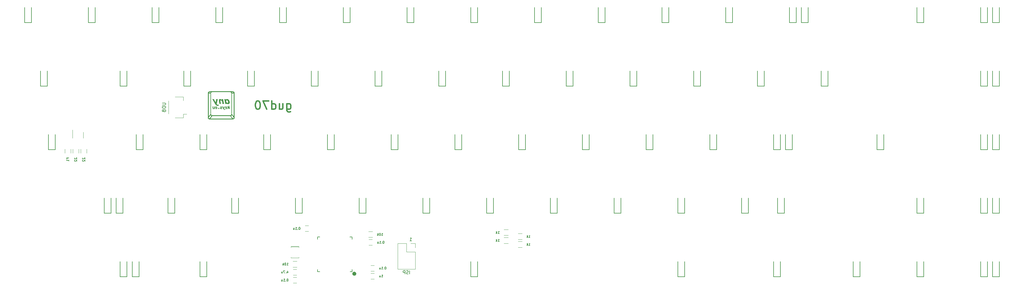
<source format=gbr>
%TF.GenerationSoftware,KiCad,Pcbnew,(5.99.0-9376-g8dcf5404fc)*%
%TF.CreationDate,2021-02-24T21:32:48+01:00*%
%TF.ProjectId,gud70,67756437-302e-46b6-9963-61645f706362,rev?*%
%TF.SameCoordinates,Original*%
%TF.FileFunction,Legend,Bot*%
%TF.FilePolarity,Positive*%
%FSLAX46Y46*%
G04 Gerber Fmt 4.6, Leading zero omitted, Abs format (unit mm)*
G04 Created by KiCad (PCBNEW (5.99.0-9376-g8dcf5404fc)) date 2021-02-24 21:32:48*
%MOMM*%
%LPD*%
G01*
G04 APERTURE LIST*
%ADD10C,0.400000*%
%ADD11C,0.150000*%
%ADD12C,0.120000*%
G04 APERTURE END LIST*
D10*
X94594718Y-36373691D02*
X94594718Y-38397501D01*
X94713766Y-38635596D01*
X94832814Y-38754644D01*
X95070909Y-38873691D01*
X95428052Y-38873691D01*
X95666147Y-38754644D01*
X94594718Y-37921310D02*
X94832814Y-38040358D01*
X95309004Y-38040358D01*
X95547099Y-37921310D01*
X95666147Y-37802263D01*
X95785195Y-37564167D01*
X95785195Y-36849882D01*
X95666147Y-36611786D01*
X95547099Y-36492739D01*
X95309004Y-36373691D01*
X94832814Y-36373691D01*
X94594718Y-36492739D01*
X92332814Y-36373691D02*
X92332814Y-38040358D01*
X93404242Y-36373691D02*
X93404242Y-37683215D01*
X93285195Y-37921310D01*
X93047099Y-38040358D01*
X92689956Y-38040358D01*
X92451861Y-37921310D01*
X92332814Y-37802263D01*
X90070909Y-38040358D02*
X90070909Y-35540358D01*
X90070909Y-37921310D02*
X90309004Y-38040358D01*
X90785195Y-38040358D01*
X91023290Y-37921310D01*
X91142337Y-37802263D01*
X91261385Y-37564167D01*
X91261385Y-36849882D01*
X91142337Y-36611786D01*
X91023290Y-36492739D01*
X90785195Y-36373691D01*
X90309004Y-36373691D01*
X90070909Y-36492739D01*
X89118528Y-35540358D02*
X87451861Y-35540358D01*
X88523290Y-38040358D01*
X86023290Y-35540358D02*
X85785195Y-35540358D01*
X85547099Y-35659406D01*
X85428052Y-35778453D01*
X85309004Y-36016548D01*
X85189956Y-36492739D01*
X85189956Y-37087977D01*
X85309004Y-37564167D01*
X85428052Y-37802263D01*
X85547099Y-37921310D01*
X85785195Y-38040358D01*
X86023290Y-38040358D01*
X86261385Y-37921310D01*
X86380433Y-37802263D01*
X86499480Y-37564167D01*
X86618528Y-37087977D01*
X86618528Y-36492739D01*
X86499480Y-36016548D01*
X86380433Y-35778453D01*
X86261385Y-35659406D01*
X86023290Y-35540358D01*
D11*
X157722416Y-77707348D02*
X158122416Y-77707348D01*
X157922416Y-77707348D02*
X157922416Y-77007348D01*
X157989083Y-77107348D01*
X158055750Y-77174015D01*
X158122416Y-77207348D01*
X157422416Y-77707348D02*
X157422416Y-77007348D01*
X157355750Y-77440682D02*
X157155750Y-77707348D01*
X157155750Y-77240682D02*
X157422416Y-77507348D01*
X57384932Y-36219004D02*
X58194456Y-36219004D01*
X58289694Y-36266623D01*
X58337313Y-36314242D01*
X58384932Y-36409480D01*
X58384932Y-36599957D01*
X58337313Y-36695195D01*
X58289694Y-36742814D01*
X58194456Y-36790433D01*
X57384932Y-36790433D01*
X58384932Y-37266623D02*
X57384932Y-37266623D01*
X57384932Y-37504719D01*
X57432552Y-37647576D01*
X57527790Y-37742814D01*
X57623028Y-37790433D01*
X57813504Y-37838052D01*
X57956361Y-37838052D01*
X58146837Y-37790433D01*
X58242075Y-37742814D01*
X58337313Y-37647576D01*
X58384932Y-37504719D01*
X58384932Y-37266623D01*
X57861123Y-38599957D02*
X57908742Y-38742814D01*
X57956361Y-38790433D01*
X58051599Y-38838052D01*
X58194456Y-38838052D01*
X58289694Y-38790433D01*
X58337313Y-38742814D01*
X58384932Y-38647576D01*
X58384932Y-38266623D01*
X57384932Y-38266623D01*
X57384932Y-38599957D01*
X57432552Y-38695195D01*
X57480171Y-38742814D01*
X57575409Y-38790433D01*
X57670647Y-38790433D01*
X57765885Y-38742814D01*
X57813504Y-38695195D01*
X57861123Y-38599957D01*
X57861123Y-38266623D01*
X33616166Y-52618369D02*
X33582833Y-52651702D01*
X33549499Y-52718369D01*
X33549499Y-52885036D01*
X33582833Y-52951702D01*
X33616166Y-52985036D01*
X33682833Y-53018369D01*
X33749499Y-53018369D01*
X33849499Y-52985036D01*
X34249499Y-52585036D01*
X34249499Y-53018369D01*
X33616166Y-53285036D02*
X33582833Y-53318369D01*
X33549499Y-53385036D01*
X33549499Y-53551702D01*
X33582833Y-53618369D01*
X33616166Y-53651702D01*
X33682833Y-53685036D01*
X33749499Y-53685036D01*
X33849499Y-53651702D01*
X34249499Y-53251702D01*
X34249499Y-53685036D01*
X157722416Y-75326096D02*
X158122416Y-75326096D01*
X157922416Y-75326096D02*
X157922416Y-74626096D01*
X157989083Y-74726096D01*
X158055750Y-74792763D01*
X158122416Y-74826096D01*
X157422416Y-75326096D02*
X157422416Y-74626096D01*
X157355750Y-75059430D02*
X157155750Y-75326096D01*
X157155750Y-74859430D02*
X157422416Y-75126096D01*
X29120329Y-52885036D02*
X29120329Y-52651702D01*
X29486995Y-52651702D02*
X28786995Y-52651702D01*
X28786995Y-52985036D01*
X29486995Y-53618369D02*
X29486995Y-53218369D01*
X29486995Y-53418369D02*
X28786995Y-53418369D01*
X28886995Y-53351702D01*
X28953662Y-53285036D01*
X28986995Y-53218369D01*
X124136657Y-85341730D02*
X124069990Y-85341730D01*
X124003323Y-85375064D01*
X123969990Y-85408397D01*
X123936657Y-85475064D01*
X123903323Y-85608397D01*
X123903323Y-85775064D01*
X123936657Y-85908397D01*
X123969990Y-85975064D01*
X124003323Y-86008397D01*
X124069990Y-86041730D01*
X124136657Y-86041730D01*
X124203323Y-86008397D01*
X124236657Y-85975064D01*
X124269990Y-85908397D01*
X124303323Y-85775064D01*
X124303323Y-85608397D01*
X124269990Y-85475064D01*
X124236657Y-85408397D01*
X124203323Y-85375064D01*
X124136657Y-85341730D01*
X123603323Y-85975064D02*
X123569990Y-86008397D01*
X123603323Y-86041730D01*
X123636657Y-86008397D01*
X123603323Y-85975064D01*
X123603323Y-86041730D01*
X122903323Y-86041730D02*
X123303323Y-86041730D01*
X123103323Y-86041730D02*
X123103323Y-85341730D01*
X123169990Y-85441730D01*
X123236657Y-85508397D01*
X123303323Y-85541730D01*
X122303323Y-85575064D02*
X122303323Y-86041730D01*
X122603323Y-85575064D02*
X122603323Y-85941730D01*
X122569990Y-86008397D01*
X122503323Y-86041730D01*
X122403323Y-86041730D01*
X122336657Y-86008397D01*
X122303323Y-85975064D01*
X122908010Y-75921409D02*
X123308010Y-75921409D01*
X123108010Y-75921409D02*
X123108010Y-75221409D01*
X123174677Y-75321409D01*
X123241344Y-75388076D01*
X123308010Y-75421409D01*
X122474677Y-75221409D02*
X122408010Y-75221409D01*
X122341344Y-75254743D01*
X122308010Y-75288076D01*
X122274677Y-75354743D01*
X122241344Y-75488076D01*
X122241344Y-75654743D01*
X122274677Y-75788076D01*
X122308010Y-75854743D01*
X122341344Y-75888076D01*
X122408010Y-75921409D01*
X122474677Y-75921409D01*
X122541344Y-75888076D01*
X122574677Y-75854743D01*
X122608010Y-75788076D01*
X122641344Y-75654743D01*
X122641344Y-75488076D01*
X122608010Y-75354743D01*
X122574677Y-75288076D01*
X122541344Y-75254743D01*
X122474677Y-75221409D01*
X121941344Y-75921409D02*
X121941344Y-75221409D01*
X121874677Y-75654743D02*
X121674677Y-75921409D01*
X121674677Y-75454743D02*
X121941344Y-75721409D01*
X123541344Y-77602661D02*
X123474677Y-77602661D01*
X123408010Y-77635995D01*
X123374677Y-77669328D01*
X123341344Y-77735995D01*
X123308010Y-77869328D01*
X123308010Y-78035995D01*
X123341344Y-78169328D01*
X123374677Y-78235995D01*
X123408010Y-78269328D01*
X123474677Y-78302661D01*
X123541344Y-78302661D01*
X123608010Y-78269328D01*
X123641344Y-78235995D01*
X123674677Y-78169328D01*
X123708010Y-78035995D01*
X123708010Y-77869328D01*
X123674677Y-77735995D01*
X123641344Y-77669328D01*
X123608010Y-77635995D01*
X123541344Y-77602661D01*
X123008010Y-78235995D02*
X122974677Y-78269328D01*
X123008010Y-78302661D01*
X123041344Y-78269328D01*
X123008010Y-78235995D01*
X123008010Y-78302661D01*
X122308010Y-78302661D02*
X122708010Y-78302661D01*
X122508010Y-78302661D02*
X122508010Y-77602661D01*
X122574677Y-77702661D01*
X122641344Y-77769328D01*
X122708010Y-77802661D01*
X121708010Y-77835995D02*
X121708010Y-78302661D01*
X122008010Y-77835995D02*
X122008010Y-78202661D01*
X121974677Y-78269328D01*
X121908010Y-78302661D01*
X121808010Y-78302661D01*
X121741344Y-78269328D01*
X121708010Y-78235995D01*
X166889819Y-76516722D02*
X167289819Y-76516722D01*
X167089819Y-76516722D02*
X167089819Y-75816722D01*
X167156485Y-75916722D01*
X167223152Y-75983389D01*
X167289819Y-76016722D01*
X166589819Y-76516722D02*
X166589819Y-75816722D01*
X166523152Y-76250056D02*
X166323152Y-76516722D01*
X166323152Y-76050056D02*
X166589819Y-76316722D01*
X122903323Y-88422982D02*
X123303323Y-88422982D01*
X123103323Y-88422982D02*
X123103323Y-87722982D01*
X123169990Y-87822982D01*
X123236657Y-87889649D01*
X123303323Y-87922982D01*
X122303323Y-87956316D02*
X122303323Y-88422982D01*
X122603323Y-87956316D02*
X122603323Y-88322982D01*
X122569990Y-88389649D01*
X122503323Y-88422982D01*
X122403323Y-88422982D01*
X122336657Y-88389649D01*
X122303323Y-88356316D01*
X98424450Y-73435470D02*
X98357783Y-73435470D01*
X98291116Y-73468804D01*
X98257783Y-73502137D01*
X98224450Y-73568804D01*
X98191116Y-73702137D01*
X98191116Y-73868804D01*
X98224450Y-74002137D01*
X98257783Y-74068804D01*
X98291116Y-74102137D01*
X98357783Y-74135470D01*
X98424450Y-74135470D01*
X98491116Y-74102137D01*
X98524450Y-74068804D01*
X98557783Y-74002137D01*
X98591116Y-73868804D01*
X98591116Y-73702137D01*
X98557783Y-73568804D01*
X98524450Y-73502137D01*
X98491116Y-73468804D01*
X98424450Y-73435470D01*
X97891116Y-74068804D02*
X97857783Y-74102137D01*
X97891116Y-74135470D01*
X97924450Y-74102137D01*
X97891116Y-74068804D01*
X97891116Y-74135470D01*
X97191116Y-74135470D02*
X97591116Y-74135470D01*
X97391116Y-74135470D02*
X97391116Y-73435470D01*
X97457783Y-73535470D01*
X97524450Y-73602137D01*
X97591116Y-73635470D01*
X96591116Y-73668804D02*
X96591116Y-74135470D01*
X96891116Y-73668804D02*
X96891116Y-74035470D01*
X96857783Y-74102137D01*
X96791116Y-74135470D01*
X96691116Y-74135470D01*
X96624450Y-74102137D01*
X96591116Y-74068804D01*
X94619238Y-84851104D02*
X95019238Y-84851104D01*
X94819238Y-84851104D02*
X94819238Y-84151104D01*
X94885905Y-84251104D01*
X94952572Y-84317771D01*
X95019238Y-84351104D01*
X94185905Y-84151104D02*
X94119238Y-84151104D01*
X94052572Y-84184438D01*
X94019238Y-84217771D01*
X93985905Y-84284438D01*
X93952572Y-84417771D01*
X93952572Y-84584438D01*
X93985905Y-84717771D01*
X94019238Y-84784438D01*
X94052572Y-84817771D01*
X94119238Y-84851104D01*
X94185905Y-84851104D01*
X94252572Y-84817771D01*
X94285905Y-84784438D01*
X94319238Y-84717771D01*
X94352572Y-84584438D01*
X94352572Y-84417771D01*
X94319238Y-84284438D01*
X94285905Y-84217771D01*
X94252572Y-84184438D01*
X94185905Y-84151104D01*
X93652572Y-84851104D02*
X93652572Y-84151104D01*
X93585905Y-84584438D02*
X93385905Y-84851104D01*
X93385905Y-84384438D02*
X93652572Y-84651104D01*
X94685905Y-86765690D02*
X94685905Y-87232356D01*
X94852572Y-86499023D02*
X95019238Y-86999023D01*
X94585905Y-86999023D01*
X94319238Y-87165690D02*
X94285905Y-87199023D01*
X94319238Y-87232356D01*
X94352572Y-87199023D01*
X94319238Y-87165690D01*
X94319238Y-87232356D01*
X94052572Y-86532356D02*
X93585905Y-86532356D01*
X93885905Y-87232356D01*
X93019238Y-86765690D02*
X93019238Y-87232356D01*
X93319238Y-86765690D02*
X93319238Y-87132356D01*
X93285905Y-87199023D01*
X93219238Y-87232356D01*
X93119238Y-87232356D01*
X93052572Y-87199023D01*
X93019238Y-87165690D01*
X131349729Y-87475566D02*
X131349729Y-86475566D01*
X130921158Y-87427947D02*
X130778300Y-87475566D01*
X130540205Y-87475566D01*
X130444967Y-87427947D01*
X130397348Y-87380328D01*
X130349729Y-87285090D01*
X130349729Y-87189852D01*
X130397348Y-87094614D01*
X130444967Y-87046995D01*
X130540205Y-86999376D01*
X130730681Y-86951757D01*
X130825919Y-86904138D01*
X130873539Y-86856519D01*
X130921158Y-86761281D01*
X130921158Y-86666043D01*
X130873539Y-86570805D01*
X130825919Y-86523186D01*
X130730681Y-86475566D01*
X130492586Y-86475566D01*
X130349729Y-86523186D01*
X129921158Y-87475566D02*
X129921158Y-86475566D01*
X129540205Y-86475566D01*
X129444967Y-86523186D01*
X129397348Y-86570805D01*
X129349729Y-86666043D01*
X129349729Y-86808900D01*
X129397348Y-86904138D01*
X129444967Y-86951757D01*
X129540205Y-86999376D01*
X129921158Y-86999376D01*
X131357824Y-77525566D02*
X131929253Y-77525566D01*
X131643539Y-77525566D02*
X131643539Y-76525566D01*
X131738777Y-76668424D01*
X131834015Y-76763662D01*
X131929253Y-76811281D01*
X31234914Y-52618369D02*
X31201581Y-52651702D01*
X31168247Y-52718369D01*
X31168247Y-52885036D01*
X31201581Y-52951702D01*
X31234914Y-52985036D01*
X31301581Y-53018369D01*
X31368247Y-53018369D01*
X31468247Y-52985036D01*
X31868247Y-52585036D01*
X31868247Y-53018369D01*
X31234914Y-53285036D02*
X31201581Y-53318369D01*
X31168247Y-53385036D01*
X31168247Y-53551702D01*
X31201581Y-53618369D01*
X31234914Y-53651702D01*
X31301581Y-53685036D01*
X31368247Y-53685036D01*
X31468247Y-53651702D01*
X31868247Y-53251702D01*
X31868247Y-53685036D01*
X94852572Y-88913608D02*
X94785905Y-88913608D01*
X94719238Y-88946942D01*
X94685905Y-88980275D01*
X94652572Y-89046942D01*
X94619238Y-89180275D01*
X94619238Y-89346942D01*
X94652572Y-89480275D01*
X94685905Y-89546942D01*
X94719238Y-89580275D01*
X94785905Y-89613608D01*
X94852572Y-89613608D01*
X94919238Y-89580275D01*
X94952572Y-89546942D01*
X94985905Y-89480275D01*
X95019238Y-89346942D01*
X95019238Y-89180275D01*
X94985905Y-89046942D01*
X94952572Y-88980275D01*
X94919238Y-88946942D01*
X94852572Y-88913608D01*
X94319238Y-89546942D02*
X94285905Y-89580275D01*
X94319238Y-89613608D01*
X94352572Y-89580275D01*
X94319238Y-89546942D01*
X94319238Y-89613608D01*
X93619238Y-89613608D02*
X94019238Y-89613608D01*
X93819238Y-89613608D02*
X93819238Y-88913608D01*
X93885905Y-89013608D01*
X93952572Y-89080275D01*
X94019238Y-89113608D01*
X93019238Y-89146942D02*
X93019238Y-89613608D01*
X93319238Y-89146942D02*
X93319238Y-89513608D01*
X93285905Y-89580275D01*
X93219238Y-89613608D01*
X93119238Y-89613608D01*
X93052572Y-89580275D01*
X93019238Y-89546942D01*
X166889819Y-78897974D02*
X167289819Y-78897974D01*
X167089819Y-78897974D02*
X167089819Y-78197974D01*
X167156485Y-78297974D01*
X167223152Y-78364641D01*
X167289819Y-78397974D01*
X166589819Y-78897974D02*
X166589819Y-78197974D01*
X166523152Y-78631308D02*
X166323152Y-78897974D01*
X166323152Y-78431308D02*
X166589819Y-78697974D01*
D12*
X159539189Y-78270682D02*
X160739189Y-78270682D01*
X160739189Y-76510682D02*
X159539189Y-76510682D01*
D11*
X45664467Y-69215048D02*
X43632467Y-69215048D01*
X43632467Y-69215048D02*
X43632467Y-64643048D01*
X45664467Y-69215048D02*
X45664467Y-64643048D01*
X178173205Y-31115016D02*
X178173205Y-26543016D01*
X180205205Y-31115016D02*
X178173205Y-31115016D01*
X180205205Y-31115016D02*
X180205205Y-26543016D01*
X208780229Y-12065000D02*
X206748229Y-12065000D01*
X206748229Y-12065000D02*
X206748229Y-7493000D01*
X208780229Y-12065000D02*
X208780229Y-7493000D01*
X50426971Y-88265064D02*
X48394971Y-88265064D01*
X48394971Y-88265064D02*
X48394971Y-83693064D01*
X50426971Y-88265064D02*
X50426971Y-83693064D01*
D12*
X61197552Y-34394719D02*
X63697552Y-34394719D01*
X59227552Y-39444719D02*
X59227552Y-35564719D01*
X63697552Y-39564719D02*
X64687552Y-39564719D01*
X61197552Y-40614719D02*
X63697552Y-40614719D01*
X63697552Y-40614719D02*
X63697552Y-39564719D01*
X63697552Y-34394719D02*
X63697552Y-35444719D01*
D11*
X104005141Y-31115016D02*
X101973141Y-31115016D01*
X104005141Y-31115016D02*
X104005141Y-26543016D01*
X101973141Y-31115016D02*
X101973141Y-26543016D01*
X265930285Y-88265072D02*
X263898285Y-88265072D01*
X265930285Y-88265072D02*
X265930285Y-83693072D01*
X263898285Y-88265072D02*
X263898285Y-83693072D01*
X307602187Y-88265064D02*
X305570187Y-88265064D01*
X305570187Y-88265064D02*
X305570187Y-83693064D01*
X307602187Y-88265064D02*
X307602187Y-83693064D01*
X80192621Y-69215048D02*
X78160621Y-69215048D01*
X80192621Y-69215048D02*
X80192621Y-64643048D01*
X78160621Y-69215048D02*
X78160621Y-64643048D01*
X114117271Y-86732873D02*
X114117271Y-86057873D01*
X103767271Y-76382873D02*
X103767271Y-77057873D01*
X103767271Y-86732873D02*
X103767271Y-86057873D01*
X103767271Y-86732873D02*
X104442271Y-86732873D01*
X103767271Y-76382873D02*
X104442271Y-76382873D01*
X114784271Y-87526873D02*
X114784271Y-87399873D01*
X114117271Y-76382873D02*
X113442271Y-76382873D01*
X114117271Y-76382873D02*
X114117271Y-77057873D01*
X114117271Y-86732873D02*
X113542271Y-86732873D01*
X115307905Y-87399873D02*
G75*
G03*
X115307905Y-87399873I-523634J0D01*
G01*
X114911271Y-87399873D02*
G75*
G03*
X114911271Y-87399873I-127000J0D01*
G01*
X115185880Y-87399873D02*
G75*
G03*
X115185880Y-87399873I-401609J0D01*
G01*
X115068252Y-87399873D02*
G75*
G03*
X115068252Y-87399873I-283981J0D01*
G01*
X115038271Y-87399873D02*
G75*
G03*
X115038271Y-87399873I-254000J0D01*
G01*
X282948293Y-69215048D02*
X282948293Y-64643048D01*
X284980293Y-69215048D02*
X282948293Y-69215048D01*
X284980293Y-69215048D02*
X284980293Y-64643048D01*
X137342669Y-69215048D02*
X135310669Y-69215048D01*
X135310669Y-69215048D02*
X135310669Y-64643048D01*
X137342669Y-69215048D02*
X137342669Y-64643048D01*
X89717629Y-50165032D02*
X89717629Y-45593032D01*
X87685629Y-50165032D02*
X87685629Y-45593032D01*
X89717629Y-50165032D02*
X87685629Y-50165032D01*
X161155189Y-31115016D02*
X161155189Y-26543016D01*
X161155189Y-31115016D02*
X159123189Y-31115016D01*
X159123189Y-31115016D02*
X159123189Y-26543016D01*
X213542733Y-69215048D02*
X211510733Y-69215048D01*
X213542733Y-69215048D02*
X213542733Y-64643048D01*
X211510733Y-69215048D02*
X211510733Y-64643048D01*
D12*
X33052833Y-50001597D02*
X33052833Y-51201597D01*
X34812833Y-51201597D02*
X34812833Y-50001597D01*
D11*
X187698213Y-12065000D02*
X187698213Y-7493000D01*
X189730213Y-12065000D02*
X189730213Y-7493000D01*
X189730213Y-12065000D02*
X187698213Y-12065000D01*
X75430117Y-12065000D02*
X73398117Y-12065000D01*
X73398117Y-12065000D02*
X73398117Y-7493000D01*
X75430117Y-12065000D02*
X75430117Y-7493000D01*
D12*
X160739189Y-74129430D02*
X159539189Y-74129430D01*
X159539189Y-75889430D02*
X160739189Y-75889430D01*
D11*
X304030309Y-50165032D02*
X301998309Y-50165032D01*
X304030309Y-50165032D02*
X304030309Y-45593032D01*
X301998309Y-50165032D02*
X301998309Y-45593032D01*
X245689635Y-50164968D02*
X243657635Y-50164968D01*
X243657635Y-50164968D02*
X243657635Y-45592968D01*
X245689635Y-50164968D02*
X245689635Y-45592968D01*
X243308391Y-69215056D02*
X243308391Y-64643056D01*
X241276391Y-69215056D02*
X241276391Y-64643056D01*
X243308391Y-69215056D02*
X241276391Y-69215056D01*
X273074033Y-50165032D02*
X271042033Y-50165032D01*
X271042033Y-50165032D02*
X271042033Y-45593032D01*
X273074033Y-50165032D02*
X273074033Y-45593032D01*
D12*
X30050329Y-51201597D02*
X30050329Y-50001597D01*
X28290329Y-50001597D02*
X28290329Y-51201597D01*
D11*
X284980293Y-88265064D02*
X284980293Y-83693064D01*
X282948293Y-88265064D02*
X282948293Y-83693064D01*
X284980293Y-88265064D02*
X282948293Y-88265064D01*
X199255221Y-31114952D02*
X197223221Y-31114952D01*
X197223221Y-31114952D02*
X197223221Y-26542952D01*
X199255221Y-31114952D02*
X199255221Y-26542952D01*
X23391825Y-50164968D02*
X23391825Y-45592968D01*
X25423825Y-50164968D02*
X23391825Y-50164968D01*
X25423825Y-50164968D02*
X25423825Y-45592968D01*
D12*
X95836011Y-79312560D02*
X95836011Y-79462560D01*
X95836011Y-79112560D02*
X97836011Y-79112560D01*
X97836011Y-79112560D02*
X98236011Y-79112560D01*
X97836011Y-82612560D02*
X98236011Y-82612560D01*
X97836011Y-79312560D02*
X95836011Y-79312560D01*
X95836011Y-82612560D02*
X95836011Y-82462560D01*
X98236011Y-82612560D02*
X98236011Y-82462560D01*
X98236011Y-79312560D02*
X98236011Y-79462560D01*
X95836011Y-82612560D02*
X97836011Y-82612560D01*
X97836011Y-79312560D02*
X98236011Y-79312560D01*
D11*
X256405269Y-31114952D02*
X256405269Y-26542952D01*
X256405269Y-31114952D02*
X254373269Y-31114952D01*
X254373269Y-31114952D02*
X254373269Y-26542952D01*
D12*
X120753218Y-86575064D02*
X119753218Y-86575064D01*
X119753218Y-84875064D02*
X120753218Y-84875064D01*
D11*
X242117765Y-88265064D02*
X242117765Y-83693064D01*
X242117765Y-88265064D02*
X240085765Y-88265064D01*
X240085765Y-88265064D02*
X240085765Y-83693064D01*
X23042573Y-31114952D02*
X21010573Y-31114952D01*
X21010573Y-31114952D02*
X21010573Y-26542952D01*
X23042573Y-31114952D02*
X23042573Y-26542952D01*
D12*
X120257905Y-74724743D02*
X119057905Y-74724743D01*
X119057905Y-76484743D02*
X120257905Y-76484743D01*
D11*
X201985725Y-50165032D02*
X201985725Y-45593032D01*
X204017725Y-50165032D02*
X201985725Y-50165032D01*
X204017725Y-50165032D02*
X204017725Y-45593032D01*
X118292653Y-69215048D02*
X116260653Y-69215048D01*
X116260653Y-69215048D02*
X116260653Y-64643048D01*
X118292653Y-69215048D02*
X118292653Y-64643048D01*
X213542733Y-88265064D02*
X213542733Y-83693064D01*
X213542733Y-88265064D02*
X211510733Y-88265064D01*
X211510733Y-88265064D02*
X211510733Y-83693064D01*
X304030309Y-88265064D02*
X301998309Y-88265064D01*
X301998309Y-88265064D02*
X301998309Y-83693064D01*
X304030309Y-88265064D02*
X304030309Y-83693064D01*
X130548165Y-12064936D02*
X130548165Y-7492936D01*
X132580165Y-12064936D02*
X130548165Y-12064936D01*
X132580165Y-12064936D02*
X132580165Y-7492936D01*
X218305237Y-31114952D02*
X218305237Y-26542952D01*
X216273237Y-31114952D02*
X216273237Y-26542952D01*
X218305237Y-31114952D02*
X216273237Y-31114952D01*
X68635613Y-50164968D02*
X68635613Y-45592968D01*
X70667613Y-50164968D02*
X68635613Y-50164968D01*
X70667613Y-50164968D02*
X70667613Y-45592968D01*
X246880261Y-12064936D02*
X244848261Y-12064936D01*
X246880261Y-12064936D02*
X246880261Y-7492936D01*
X244848261Y-12064936D02*
X244848261Y-7492936D01*
X184967709Y-50164968D02*
X182935709Y-50164968D01*
X182935709Y-50164968D02*
X182935709Y-45592968D01*
X184967709Y-50164968D02*
X184967709Y-45592968D01*
D12*
X120157905Y-78835995D02*
X119157905Y-78835995D01*
X119157905Y-77135995D02*
X120157905Y-77135995D01*
D11*
X42092589Y-69215048D02*
X42092589Y-64643048D01*
X42092589Y-69215048D02*
X40060589Y-69215048D01*
X40060589Y-69215048D02*
X40060589Y-64643048D01*
D12*
X164906380Y-75320056D02*
X163706380Y-75320056D01*
X163706380Y-77080056D02*
X164906380Y-77080056D01*
X119753218Y-87256316D02*
X120753218Y-87256316D01*
X120753218Y-88956316D02*
X119753218Y-88956316D01*
D11*
X250452147Y-12065008D02*
X248420147Y-12065008D01*
X248420147Y-12065008D02*
X248420147Y-7493008D01*
X250452147Y-12065008D02*
X250452147Y-7493008D01*
X82923125Y-31115016D02*
X82923125Y-26543016D01*
X84955125Y-31115016D02*
X82923125Y-31115016D01*
X84955125Y-31115016D02*
X84955125Y-26543016D01*
X170680197Y-12064936D02*
X170680197Y-7492936D01*
X168648197Y-12064936D02*
X168648197Y-7492936D01*
X170680197Y-12064936D02*
X168648197Y-12064936D01*
X237355253Y-31115016D02*
X237355253Y-26543016D01*
X237355253Y-31115016D02*
X235323253Y-31115016D01*
X235323253Y-31115016D02*
X235323253Y-26543016D01*
D12*
X101107889Y-74668804D02*
X100107889Y-74668804D01*
X100107889Y-72968804D02*
X101107889Y-72968804D01*
D11*
X59110605Y-69215048D02*
X59110605Y-64643048D01*
X61142605Y-69215048D02*
X59110605Y-69215048D01*
X61142605Y-69215048D02*
X61142605Y-64643048D01*
X304030309Y-12064936D02*
X301998309Y-12064936D01*
X304030309Y-12064936D02*
X304030309Y-7492936D01*
X301998309Y-12064936D02*
X301998309Y-7492936D01*
X301998309Y-69215048D02*
X301998309Y-64643048D01*
X304030309Y-69215048D02*
X304030309Y-64643048D01*
X304030309Y-69215048D02*
X301998309Y-69215048D01*
X140073173Y-31114952D02*
X140073173Y-26542952D01*
X142105173Y-31114952D02*
X142105173Y-26542952D01*
X142105173Y-31114952D02*
X140073173Y-31114952D01*
X156392685Y-69215048D02*
X154360685Y-69215048D01*
X154360685Y-69215048D02*
X154360685Y-64643048D01*
X156392685Y-69215048D02*
X156392685Y-64643048D01*
X163885693Y-50164968D02*
X163885693Y-45592968D01*
X165917693Y-50164968D02*
X165917693Y-45592968D01*
X165917693Y-50164968D02*
X163885693Y-50164968D01*
X125785661Y-50164968D02*
X125785661Y-45592968D01*
X127817661Y-50164968D02*
X125785661Y-50164968D01*
X127817661Y-50164968D02*
X127817661Y-45592968D01*
D12*
X33756894Y-44939093D02*
X33756894Y-46739093D01*
X30536894Y-46739093D02*
X30536894Y-44289093D01*
X96436011Y-85414438D02*
X97636011Y-85414438D01*
X97636011Y-83654438D02*
X96436011Y-83654438D01*
D11*
X121023157Y-31115016D02*
X121023157Y-26543016D01*
X123055157Y-31115016D02*
X123055157Y-26543016D01*
X123055157Y-31115016D02*
X121023157Y-31115016D01*
X149598181Y-12064936D02*
X149598181Y-7492936D01*
X151630181Y-12064936D02*
X151630181Y-7492936D01*
X151630181Y-12064936D02*
X149598181Y-12064936D01*
X305570187Y-31115016D02*
X305570187Y-26543016D01*
X307602187Y-31115016D02*
X305570187Y-31115016D01*
X307602187Y-31115016D02*
X307602187Y-26543016D01*
X223067741Y-50164968D02*
X221035741Y-50164968D01*
X223067741Y-50164968D02*
X223067741Y-45592968D01*
X221035741Y-50164968D02*
X221035741Y-45592968D01*
X94480133Y-12065000D02*
X92448133Y-12065000D01*
X92448133Y-12065000D02*
X92448133Y-7493000D01*
X94480133Y-12065000D02*
X94480133Y-7493000D01*
X51617597Y-50165032D02*
X51617597Y-45593032D01*
X49585597Y-50165032D02*
X49585597Y-45593032D01*
X51617597Y-50165032D02*
X49585597Y-50165032D01*
X151630181Y-88265064D02*
X151630181Y-83693064D01*
X149598181Y-88265064D02*
X149598181Y-83693064D01*
X151630181Y-88265064D02*
X149598181Y-88265064D01*
X301998309Y-31115016D02*
X301998309Y-26543016D01*
X304030309Y-31115016D02*
X301998309Y-31115016D01*
X304030309Y-31115016D02*
X304030309Y-26543016D01*
X37330085Y-12064936D02*
X37330085Y-7492936D01*
X35298085Y-12064936D02*
X35298085Y-7492936D01*
X37330085Y-12064936D02*
X35298085Y-12064936D01*
X230560749Y-69215048D02*
X230560749Y-64643048D01*
X232592749Y-69215048D02*
X232592749Y-64643048D01*
X232592749Y-69215048D02*
X230560749Y-69215048D01*
X113530149Y-12064936D02*
X113530149Y-7492936D01*
X113530149Y-12064936D02*
X111498149Y-12064936D01*
X111498149Y-12064936D02*
X111498149Y-7492936D01*
X305570187Y-12065000D02*
X305570187Y-7493000D01*
X307602187Y-12065000D02*
X307602187Y-7493000D01*
X307602187Y-12065000D02*
X305570187Y-12065000D01*
D12*
X97536011Y-87765690D02*
X96536011Y-87765690D01*
X96536011Y-86065690D02*
X97536011Y-86065690D01*
D11*
X144835677Y-50165032D02*
X144835677Y-45593032D01*
X146867677Y-50165032D02*
X146867677Y-45593032D01*
X146867677Y-50165032D02*
X144835677Y-50165032D01*
X56380101Y-12064936D02*
X56380101Y-7492936D01*
X56380101Y-12064936D02*
X54348101Y-12064936D01*
X54348101Y-12064936D02*
X54348101Y-7492936D01*
D12*
X127773539Y-78283186D02*
X127773539Y-86023186D01*
X130373539Y-78283186D02*
X127773539Y-78283186D01*
X132973539Y-78283186D02*
X131643539Y-78283186D01*
X130373539Y-80883186D02*
X130373539Y-78283186D01*
X132973539Y-86023186D02*
X127773539Y-86023186D01*
X132973539Y-80883186D02*
X130373539Y-80883186D01*
X132973539Y-79613186D02*
X132973539Y-78283186D01*
X132973539Y-80883186D02*
X132973539Y-86023186D01*
D11*
X227830245Y-12065000D02*
X225798245Y-12065000D01*
X225798245Y-12065000D02*
X225798245Y-7493000D01*
X227830245Y-12065000D02*
X227830245Y-7493000D01*
X63873109Y-31114952D02*
X63873109Y-26542952D01*
X65905109Y-31114952D02*
X63873109Y-31114952D01*
X65905109Y-31114952D02*
X65905109Y-26542952D01*
X44823093Y-31115016D02*
X44823093Y-26543016D01*
X46855093Y-31115016D02*
X46855093Y-26543016D01*
X46855093Y-31115016D02*
X44823093Y-31115016D01*
X99242637Y-69215048D02*
X99242637Y-64643048D01*
X97210637Y-69215048D02*
X97210637Y-64643048D01*
X99242637Y-69215048D02*
X97210637Y-69215048D01*
D12*
X32431581Y-51201597D02*
X32431581Y-50001597D01*
X30671581Y-50001597D02*
X30671581Y-51201597D01*
D11*
X307602187Y-50165032D02*
X307602187Y-45593032D01*
X307602187Y-50165032D02*
X305570187Y-50165032D01*
X305570187Y-50165032D02*
X305570187Y-45593032D01*
X46855093Y-88265064D02*
X44823093Y-88265064D01*
X46855093Y-88265064D02*
X46855093Y-83693064D01*
X44823093Y-88265064D02*
X44823093Y-83693064D01*
X305570187Y-69215048D02*
X305570187Y-64643048D01*
X307602187Y-69215048D02*
X305570187Y-69215048D01*
X307602187Y-69215048D02*
X307602187Y-64643048D01*
G36*
X77258604Y-37012311D02*
G01*
X77288215Y-37012468D01*
X77399843Y-37013212D01*
X77495630Y-37489587D01*
X77497239Y-37497586D01*
X77507503Y-37548635D01*
X77517469Y-37598209D01*
X77527078Y-37646017D01*
X77536273Y-37691764D01*
X77544993Y-37735157D01*
X77553180Y-37775905D01*
X77560775Y-37813713D01*
X77567720Y-37848289D01*
X77573955Y-37879340D01*
X77579421Y-37906572D01*
X77584060Y-37929693D01*
X77587813Y-37948410D01*
X77590621Y-37962430D01*
X77592426Y-37971459D01*
X77593167Y-37975204D01*
X77594916Y-37984448D01*
X77370797Y-37984448D01*
X77360093Y-37928278D01*
X77356589Y-37909938D01*
X77352962Y-37891053D01*
X77349605Y-37873663D01*
X77346781Y-37859133D01*
X77344754Y-37848827D01*
X77340118Y-37825545D01*
X77274818Y-37769586D01*
X77273001Y-37768029D01*
X77254856Y-37752510D01*
X77240502Y-37740338D01*
X77229467Y-37731170D01*
X77221280Y-37724665D01*
X77215470Y-37720481D01*
X77211564Y-37718277D01*
X77209092Y-37717710D01*
X77207581Y-37718439D01*
X77206562Y-37720123D01*
X77206505Y-37720248D01*
X77204664Y-37724508D01*
X77200858Y-37733429D01*
X77195313Y-37746475D01*
X77188257Y-37763110D01*
X77179917Y-37782798D01*
X77170520Y-37805004D01*
X77160294Y-37829191D01*
X77149465Y-37854823D01*
X77095325Y-37983026D01*
X76982038Y-37983769D01*
X76972532Y-37983831D01*
X76945843Y-37983985D01*
X76924172Y-37984061D01*
X76907008Y-37984038D01*
X76893840Y-37983898D01*
X76884160Y-37983622D01*
X76877456Y-37983188D01*
X76873219Y-37982580D01*
X76870938Y-37981775D01*
X76870103Y-37980757D01*
X76870205Y-37979503D01*
X76870250Y-37979370D01*
X76871928Y-37975457D01*
X76875795Y-37966845D01*
X76881663Y-37953941D01*
X76889344Y-37937156D01*
X76898651Y-37916897D01*
X76909394Y-37893573D01*
X76921386Y-37867594D01*
X76934439Y-37839368D01*
X76948365Y-37809304D01*
X76962976Y-37777810D01*
X76964928Y-37773604D01*
X76979418Y-37742347D01*
X76993166Y-37712618D01*
X77005987Y-37684819D01*
X77017697Y-37659354D01*
X77028111Y-37636627D01*
X77037045Y-37617039D01*
X77044314Y-37600995D01*
X77049735Y-37588898D01*
X77053123Y-37581151D01*
X77054293Y-37578156D01*
X77052795Y-37576340D01*
X77047454Y-37570891D01*
X77038554Y-37562154D01*
X77026426Y-37550443D01*
X77011397Y-37536070D01*
X76993798Y-37519349D01*
X76973957Y-37500593D01*
X76952203Y-37480116D01*
X76928865Y-37458230D01*
X76904271Y-37435250D01*
X76883734Y-37416094D01*
X76859891Y-37393854D01*
X76837453Y-37372923D01*
X76816764Y-37353624D01*
X76798168Y-37336276D01*
X76782009Y-37321202D01*
X76768633Y-37308723D01*
X76758383Y-37299160D01*
X76751604Y-37292834D01*
X76748640Y-37290066D01*
X76748126Y-37289571D01*
X76747245Y-37288418D01*
X76747411Y-37287469D01*
X76749089Y-37286703D01*
X76752743Y-37286100D01*
X76758836Y-37285642D01*
X76767833Y-37285308D01*
X76780198Y-37285079D01*
X76796395Y-37284935D01*
X76816888Y-37284856D01*
X76842141Y-37284824D01*
X76872618Y-37284817D01*
X77002205Y-37284817D01*
X77141219Y-37413998D01*
X77152900Y-37424843D01*
X77176034Y-37446256D01*
X77197783Y-37466305D01*
X77217801Y-37484675D01*
X77235741Y-37501050D01*
X77251257Y-37515116D01*
X77264002Y-37526558D01*
X77273630Y-37535062D01*
X77279794Y-37540313D01*
X77282148Y-37541996D01*
X77282464Y-37541587D01*
X77282770Y-37537249D01*
X77281711Y-37530131D01*
X77280929Y-37526507D01*
X77278804Y-37516438D01*
X77275783Y-37501939D01*
X77271961Y-37483487D01*
X77267436Y-37461558D01*
X77262305Y-37436627D01*
X77256665Y-37409172D01*
X77250614Y-37379668D01*
X77244248Y-37348592D01*
X77237666Y-37316420D01*
X77230964Y-37283628D01*
X77224239Y-37250693D01*
X77217589Y-37218091D01*
X77211111Y-37186298D01*
X77204902Y-37155790D01*
X77199060Y-37127044D01*
X77193681Y-37100535D01*
X77188863Y-37076741D01*
X77184703Y-37056138D01*
X77181298Y-37039201D01*
X77178745Y-37026407D01*
X77177142Y-37018233D01*
X77176586Y-37015153D01*
X77177717Y-37014308D01*
X77181699Y-37013577D01*
X77188941Y-37013018D01*
X77199848Y-37012621D01*
X77214825Y-37012378D01*
X77234275Y-37012278D01*
X77258604Y-37012311D01*
G37*
G36*
X77536105Y-35970342D02*
G01*
X77534527Y-36034811D01*
X77528896Y-36096228D01*
X77519258Y-36154395D01*
X77505655Y-36209114D01*
X77488130Y-36260188D01*
X77466726Y-36307417D01*
X77441487Y-36350605D01*
X77429773Y-36367510D01*
X77399221Y-36404931D01*
X77365334Y-36437745D01*
X77328114Y-36465949D01*
X77287563Y-36489544D01*
X77243683Y-36508528D01*
X77196475Y-36522900D01*
X77145943Y-36532658D01*
X77127169Y-36534607D01*
X77103062Y-36535777D01*
X77076576Y-36536011D01*
X77049316Y-36535349D01*
X77022885Y-36533833D01*
X76998887Y-36531504D01*
X76978927Y-36528401D01*
X76942205Y-36519646D01*
X76890761Y-36502655D01*
X76839622Y-36480325D01*
X76789144Y-36452856D01*
X76739683Y-36420448D01*
X76691595Y-36383299D01*
X76645235Y-36341608D01*
X76640367Y-36336959D01*
X76629709Y-36327206D01*
X76620514Y-36319357D01*
X76613632Y-36314122D01*
X76609914Y-36312208D01*
X76609443Y-36312230D01*
X76608184Y-36312798D01*
X76607183Y-36314558D01*
X76606411Y-36318070D01*
X76605838Y-36323897D01*
X76605436Y-36332602D01*
X76605173Y-36344746D01*
X76605023Y-36360891D01*
X76604954Y-36381600D01*
X76604937Y-36407435D01*
X76604937Y-36502710D01*
X76229634Y-36502710D01*
X76228095Y-36496311D01*
X76227816Y-36494981D01*
X76226485Y-36488440D01*
X76224116Y-36476698D01*
X76220755Y-36459991D01*
X76216449Y-36438554D01*
X76211245Y-36412624D01*
X76205192Y-36382437D01*
X76198335Y-36348227D01*
X76190722Y-36310232D01*
X76182401Y-36268686D01*
X76173419Y-36223826D01*
X76163823Y-36175888D01*
X76153659Y-36125107D01*
X76142976Y-36071719D01*
X76131821Y-36015959D01*
X76120240Y-35958065D01*
X76108282Y-35898271D01*
X76095993Y-35836813D01*
X76083420Y-35773928D01*
X76030533Y-35509381D01*
X76487450Y-35509381D01*
X76534917Y-35733730D01*
X76541856Y-35766470D01*
X76550064Y-35804997D01*
X76557264Y-35838516D01*
X76563531Y-35867352D01*
X76568939Y-35891826D01*
X76573563Y-35912260D01*
X76577476Y-35928976D01*
X76580754Y-35942298D01*
X76583470Y-35952546D01*
X76585699Y-35960043D01*
X76587515Y-35965113D01*
X76588993Y-35968075D01*
X76596568Y-35978773D01*
X76608678Y-35994293D01*
X76622785Y-36011142D01*
X76637703Y-36027910D01*
X76652244Y-36043189D01*
X76677912Y-36067371D01*
X76715082Y-36096846D01*
X76753448Y-36121042D01*
X76792802Y-36139830D01*
X76832938Y-36153086D01*
X76835137Y-36153637D01*
X76854978Y-36157410D01*
X76876449Y-36159714D01*
X76897790Y-36160478D01*
X76917241Y-36159631D01*
X76933041Y-36157103D01*
X76956776Y-36148701D01*
X76980190Y-36134836D01*
X77000724Y-36116353D01*
X77018120Y-36093541D01*
X77032118Y-36066685D01*
X77042461Y-36036071D01*
X77045590Y-36023018D01*
X77049037Y-36006744D01*
X77051750Y-35991988D01*
X77052191Y-35988999D01*
X77053570Y-35974734D01*
X77054544Y-35956436D01*
X77055113Y-35935399D01*
X77055277Y-35912915D01*
X77055033Y-35890277D01*
X77054382Y-35868777D01*
X77053322Y-35849708D01*
X77051853Y-35834364D01*
X77051175Y-35829205D01*
X77040885Y-35770011D01*
X77026452Y-35714213D01*
X77007944Y-35661960D01*
X76985430Y-35613402D01*
X76958979Y-35568688D01*
X76928659Y-35527967D01*
X76894539Y-35491391D01*
X76869689Y-35469574D01*
X76833775Y-35444277D01*
X76795365Y-35424040D01*
X76754249Y-35408738D01*
X76744935Y-35406036D01*
X76735567Y-35403786D01*
X76726292Y-35402308D01*
X76715664Y-35401440D01*
X76702238Y-35401018D01*
X76684570Y-35400880D01*
X76675363Y-35400866D01*
X76660687Y-35400976D01*
X76649608Y-35401417D01*
X76640736Y-35402369D01*
X76632682Y-35404012D01*
X76624057Y-35406526D01*
X76613469Y-35410092D01*
X76590109Y-35419087D01*
X76564669Y-35431894D01*
X76542127Y-35447247D01*
X76520971Y-35466062D01*
X76513386Y-35473867D01*
X76504229Y-35484010D01*
X76496986Y-35492854D01*
X76492770Y-35499098D01*
X76487450Y-35509381D01*
X76030533Y-35509381D01*
X75940284Y-35057944D01*
X76311170Y-35057944D01*
X76343237Y-35130605D01*
X76348126Y-35141641D01*
X76357349Y-35162131D01*
X76364721Y-35177941D01*
X76370444Y-35189472D01*
X76374725Y-35197125D01*
X76377766Y-35201302D01*
X76379773Y-35202405D01*
X76379943Y-35202362D01*
X76383825Y-35199426D01*
X76389485Y-35193055D01*
X76395760Y-35184550D01*
X76407816Y-35168072D01*
X76434984Y-35137947D01*
X76466639Y-35110714D01*
X76502346Y-35086686D01*
X76541667Y-35066175D01*
X76584166Y-35049494D01*
X76591658Y-35047078D01*
X76633692Y-35036170D01*
X76678960Y-35028427D01*
X76726150Y-35023937D01*
X76773951Y-35022786D01*
X76821051Y-35025061D01*
X76866139Y-35030848D01*
X76893310Y-35036212D01*
X76949691Y-35051536D01*
X77004880Y-35072168D01*
X77058646Y-35097895D01*
X77110757Y-35128503D01*
X77160985Y-35163778D01*
X77209098Y-35203507D01*
X77254866Y-35247475D01*
X77298058Y-35295470D01*
X77338445Y-35347277D01*
X77375795Y-35402683D01*
X77409879Y-35461473D01*
X77440465Y-35523436D01*
X77467323Y-35588355D01*
X77484232Y-35636841D01*
X77503709Y-35705319D01*
X77518527Y-35775430D01*
X77528834Y-35847900D01*
X77533946Y-35912915D01*
X77534774Y-35923457D01*
X77536105Y-35970342D01*
G37*
G36*
X79008296Y-37026693D02*
G01*
X79008292Y-37152873D01*
X79008284Y-37278804D01*
X79008273Y-37404358D01*
X79008258Y-37529404D01*
X79008241Y-37653813D01*
X79008220Y-37777456D01*
X79008196Y-37900203D01*
X79008168Y-38021924D01*
X79008139Y-38142491D01*
X79008105Y-38261773D01*
X79008068Y-38379641D01*
X79008027Y-38495965D01*
X79007984Y-38610617D01*
X79007937Y-38723466D01*
X79007886Y-38834383D01*
X79007833Y-38943238D01*
X79007776Y-39049902D01*
X79007716Y-39154246D01*
X79007653Y-39256139D01*
X79007587Y-39355453D01*
X79007517Y-39452058D01*
X79007444Y-39545824D01*
X79007368Y-39636622D01*
X79007288Y-39724322D01*
X79007206Y-39808795D01*
X79007120Y-39889911D01*
X79007030Y-39967541D01*
X79006938Y-40041555D01*
X79006842Y-40111824D01*
X79006743Y-40178218D01*
X79006641Y-40240608D01*
X79006535Y-40298863D01*
X79006427Y-40352856D01*
X79006315Y-40402456D01*
X79006199Y-40447533D01*
X79006081Y-40487958D01*
X79005959Y-40523602D01*
X79005834Y-40554335D01*
X79005706Y-40580027D01*
X79005574Y-40600550D01*
X79005439Y-40615772D01*
X79005331Y-40623427D01*
X79005301Y-40625566D01*
X79005160Y-40629802D01*
X79003586Y-40643640D01*
X78994520Y-40695920D01*
X78980878Y-40746360D01*
X78979879Y-40749380D01*
X78971617Y-40771195D01*
X78960866Y-40795680D01*
X78948444Y-40821217D01*
X78935168Y-40846190D01*
X78921856Y-40868980D01*
X78920903Y-40870423D01*
X78909324Y-40887971D01*
X78902156Y-40897559D01*
X78886299Y-40916964D01*
X78868147Y-40937405D01*
X78849054Y-40957434D01*
X78830375Y-40975605D01*
X78813463Y-40990468D01*
X78794804Y-41005008D01*
X78750844Y-41034411D01*
X78704071Y-41059526D01*
X78655268Y-41080005D01*
X78605215Y-41095499D01*
X78554693Y-41105662D01*
X78554335Y-41105708D01*
X78551915Y-41105893D01*
X78547913Y-41106072D01*
X78542244Y-41106245D01*
X78534822Y-41106411D01*
X78525561Y-41106572D01*
X78514377Y-41106727D01*
X78501183Y-41106877D01*
X78485895Y-41107020D01*
X78468425Y-41107158D01*
X78448690Y-41107291D01*
X78426603Y-41107418D01*
X78402078Y-41107540D01*
X78375031Y-41107656D01*
X78345376Y-41107767D01*
X78313026Y-41107873D01*
X78277898Y-41107975D01*
X78239904Y-41108071D01*
X78198960Y-41108162D01*
X78154979Y-41108249D01*
X78107877Y-41108330D01*
X78057568Y-41108408D01*
X78003967Y-41108480D01*
X77946987Y-41108548D01*
X77886543Y-41108612D01*
X77822550Y-41108672D01*
X77754922Y-41108727D01*
X77683573Y-41108778D01*
X77608419Y-41108825D01*
X77529373Y-41108868D01*
X77446349Y-41108908D01*
X77359264Y-41108943D01*
X77268030Y-41108975D01*
X77172562Y-41109003D01*
X77072775Y-41109027D01*
X76968583Y-41109048D01*
X76859901Y-41109066D01*
X76746643Y-41109080D01*
X76628724Y-41109091D01*
X76506057Y-41109099D01*
X76378558Y-41109103D01*
X76246141Y-41109105D01*
X76108720Y-41109104D01*
X75966209Y-41109100D01*
X75818525Y-41109093D01*
X75665579Y-41109083D01*
X75507288Y-41109071D01*
X75343566Y-41109057D01*
X75174326Y-41109039D01*
X74999484Y-41109020D01*
X71470047Y-41108611D01*
X71438919Y-41102002D01*
X71394964Y-41090847D01*
X71342667Y-41072487D01*
X71293148Y-41049330D01*
X71246652Y-41021580D01*
X71203425Y-40989445D01*
X71163710Y-40953131D01*
X71127753Y-40912844D01*
X71098523Y-40872545D01*
X71761560Y-40872545D01*
X71761762Y-40872561D01*
X71766085Y-40872621D01*
X71775953Y-40872680D01*
X71791253Y-40872739D01*
X71811874Y-40872796D01*
X71837702Y-40872853D01*
X71868625Y-40872910D01*
X71904529Y-40872965D01*
X71945303Y-40873019D01*
X71990834Y-40873073D01*
X72041009Y-40873125D01*
X72095715Y-40873176D01*
X72154840Y-40873227D01*
X72218271Y-40873276D01*
X72285895Y-40873324D01*
X72357600Y-40873370D01*
X72433272Y-40873415D01*
X72512801Y-40873459D01*
X72596072Y-40873502D01*
X72682972Y-40873543D01*
X72773391Y-40873582D01*
X72867214Y-40873620D01*
X72964329Y-40873656D01*
X73064623Y-40873691D01*
X73167984Y-40873724D01*
X73274299Y-40873755D01*
X73383455Y-40873785D01*
X73495340Y-40873812D01*
X73609841Y-40873838D01*
X73726846Y-40873861D01*
X73846241Y-40873883D01*
X73967914Y-40873902D01*
X74091752Y-40873920D01*
X74217643Y-40873935D01*
X74345474Y-40873948D01*
X74475133Y-40873959D01*
X74606506Y-40873967D01*
X74739481Y-40873973D01*
X74873945Y-40873977D01*
X75009787Y-40873978D01*
X75067610Y-40873978D01*
X75234794Y-40873976D01*
X75396403Y-40873972D01*
X75552518Y-40873966D01*
X75703224Y-40873958D01*
X75848604Y-40873946D01*
X75988742Y-40873933D01*
X76123721Y-40873916D01*
X76253625Y-40873897D01*
X76378537Y-40873875D01*
X76498540Y-40873851D01*
X76613719Y-40873823D01*
X76724157Y-40873792D01*
X76829936Y-40873757D01*
X76931142Y-40873720D01*
X77027856Y-40873679D01*
X77120163Y-40873635D01*
X77208147Y-40873587D01*
X77291890Y-40873535D01*
X77371476Y-40873480D01*
X77446989Y-40873421D01*
X77518512Y-40873357D01*
X77586129Y-40873290D01*
X77649923Y-40873219D01*
X77709978Y-40873144D01*
X77766376Y-40873064D01*
X77819203Y-40872980D01*
X77868541Y-40872891D01*
X77914473Y-40872798D01*
X77957083Y-40872700D01*
X77996456Y-40872597D01*
X78032673Y-40872489D01*
X78065819Y-40872377D01*
X78095977Y-40872259D01*
X78123231Y-40872137D01*
X78147664Y-40872009D01*
X78169360Y-40871876D01*
X78188401Y-40871737D01*
X78204873Y-40871593D01*
X78218858Y-40871444D01*
X78230439Y-40871288D01*
X78239701Y-40871127D01*
X78246726Y-40870960D01*
X78251598Y-40870787D01*
X78254401Y-40870608D01*
X78255218Y-40870423D01*
X78255206Y-40870407D01*
X78253109Y-40867629D01*
X78247785Y-40860545D01*
X78239413Y-40849395D01*
X78228171Y-40834416D01*
X78214238Y-40815846D01*
X78197792Y-40793924D01*
X78179013Y-40768887D01*
X78158079Y-40740975D01*
X78135168Y-40710424D01*
X78110458Y-40677474D01*
X78084130Y-40642361D01*
X78056360Y-40605325D01*
X78027329Y-40566604D01*
X77997213Y-40526436D01*
X77966193Y-40485058D01*
X77679963Y-40103247D01*
X75010141Y-40103291D01*
X74936769Y-40103293D01*
X74814465Y-40103300D01*
X74693618Y-40103311D01*
X74574351Y-40103326D01*
X74456790Y-40103345D01*
X74341058Y-40103369D01*
X74227280Y-40103396D01*
X74115581Y-40103427D01*
X74006084Y-40103461D01*
X73898916Y-40103500D01*
X73794199Y-40103541D01*
X73692059Y-40103586D01*
X73592619Y-40103635D01*
X73496005Y-40103686D01*
X73402341Y-40103741D01*
X73311751Y-40103798D01*
X73224359Y-40103859D01*
X73140291Y-40103922D01*
X73059671Y-40103988D01*
X72982622Y-40104057D01*
X72909271Y-40104128D01*
X72839740Y-40104201D01*
X72774155Y-40104277D01*
X72712640Y-40104355D01*
X72655319Y-40104435D01*
X72602318Y-40104517D01*
X72553759Y-40104600D01*
X72509769Y-40104686D01*
X72470471Y-40104773D01*
X72435990Y-40104862D01*
X72406450Y-40104953D01*
X72381975Y-40105045D01*
X72362691Y-40105138D01*
X72348722Y-40105232D01*
X72340191Y-40105327D01*
X72337225Y-40105424D01*
X72336224Y-40106614D01*
X72332039Y-40111992D01*
X72324817Y-40121432D01*
X72314771Y-40134646D01*
X72302119Y-40151349D01*
X72287074Y-40171253D01*
X72269853Y-40194071D01*
X72250670Y-40219516D01*
X72229741Y-40247302D01*
X72207280Y-40277142D01*
X72183505Y-40308749D01*
X72158628Y-40341835D01*
X72132867Y-40376115D01*
X72106436Y-40411300D01*
X72079550Y-40447105D01*
X72052425Y-40483242D01*
X72025277Y-40519425D01*
X71998319Y-40555367D01*
X71971768Y-40590780D01*
X71945839Y-40625378D01*
X71920747Y-40658874D01*
X71896708Y-40690981D01*
X71873936Y-40721412D01*
X71852647Y-40749880D01*
X71833057Y-40776099D01*
X71815380Y-40799782D01*
X71799832Y-40820641D01*
X71786628Y-40838390D01*
X71775984Y-40852741D01*
X71768114Y-40863409D01*
X71763235Y-40870106D01*
X71761560Y-40872545D01*
X71098523Y-40872545D01*
X71095799Y-40868790D01*
X71068093Y-40821175D01*
X71044879Y-40770205D01*
X71042939Y-40765115D01*
X71037027Y-40747588D01*
X71030883Y-40726870D01*
X71024992Y-40704757D01*
X71019843Y-40683042D01*
X71015922Y-40663520D01*
X71015805Y-40662537D01*
X71015627Y-40659735D01*
X71015455Y-40655310D01*
X71015289Y-40649179D01*
X71015127Y-40641258D01*
X71014972Y-40631466D01*
X71014821Y-40619718D01*
X71014728Y-40610906D01*
X71251057Y-40610906D01*
X71251500Y-40626548D01*
X71251606Y-40628571D01*
X71253119Y-40639703D01*
X71255972Y-40653124D01*
X71259658Y-40666364D01*
X71274215Y-40703381D01*
X71293791Y-40738635D01*
X71317678Y-40770755D01*
X71345470Y-40799326D01*
X71376762Y-40823933D01*
X71411151Y-40844160D01*
X71448232Y-40859595D01*
X71456782Y-40862379D01*
X71464207Y-40864596D01*
X71467940Y-40865446D01*
X71467952Y-40865441D01*
X71469955Y-40862997D01*
X71475151Y-40856289D01*
X71483333Y-40845592D01*
X71494294Y-40831182D01*
X71507829Y-40813332D01*
X71523729Y-40792319D01*
X71541788Y-40768418D01*
X71561799Y-40741903D01*
X71583556Y-40713051D01*
X71606852Y-40682135D01*
X71631479Y-40649432D01*
X71657231Y-40615216D01*
X71683901Y-40579763D01*
X71711283Y-40543347D01*
X71739169Y-40506244D01*
X71767353Y-40468730D01*
X71795628Y-40431078D01*
X71823787Y-40393565D01*
X71851624Y-40356466D01*
X71878931Y-40320055D01*
X71905501Y-40284608D01*
X71931129Y-40250400D01*
X71955607Y-40217706D01*
X71978727Y-40186801D01*
X72000285Y-40157961D01*
X72020072Y-40131460D01*
X72037881Y-40107575D01*
X72053507Y-40086579D01*
X72066742Y-40068748D01*
X72074633Y-40058099D01*
X77944474Y-40058099D01*
X77944806Y-40058652D01*
X77947940Y-40063081D01*
X77954237Y-40071728D01*
X77963527Y-40084362D01*
X77975637Y-40100752D01*
X77990396Y-40120667D01*
X78007631Y-40143878D01*
X78027171Y-40170152D01*
X78048844Y-40199259D01*
X78072478Y-40230968D01*
X78097902Y-40265049D01*
X78124943Y-40301270D01*
X78153429Y-40339400D01*
X78183189Y-40379209D01*
X78214051Y-40420466D01*
X78245843Y-40462940D01*
X78260011Y-40481857D01*
X78291452Y-40523798D01*
X78321926Y-40564393D01*
X78351258Y-40603414D01*
X78379274Y-40640630D01*
X78405800Y-40675813D01*
X78430663Y-40708732D01*
X78453688Y-40739159D01*
X78474702Y-40766864D01*
X78493530Y-40791618D01*
X78509999Y-40813191D01*
X78523935Y-40831353D01*
X78535163Y-40845875D01*
X78543510Y-40856528D01*
X78548802Y-40863082D01*
X78550865Y-40865308D01*
X78551549Y-40865234D01*
X78557468Y-40863669D01*
X78566842Y-40860497D01*
X78578224Y-40856268D01*
X78590171Y-40851535D01*
X78601237Y-40846849D01*
X78609976Y-40842761D01*
X78620557Y-40836911D01*
X78642901Y-40821971D01*
X78665604Y-40803782D01*
X78687270Y-40783600D01*
X78706500Y-40762679D01*
X78721896Y-40742276D01*
X78729330Y-40730206D01*
X78740549Y-40708862D01*
X78750483Y-40686232D01*
X78758578Y-40663756D01*
X78764279Y-40642877D01*
X78767030Y-40625036D01*
X78767033Y-40624981D01*
X78767056Y-40623427D01*
X78766821Y-40621671D01*
X78766178Y-40619504D01*
X78764977Y-40616720D01*
X78763068Y-40613111D01*
X78760300Y-40608472D01*
X78756524Y-40602594D01*
X78751588Y-40595271D01*
X78745343Y-40586296D01*
X78737637Y-40575463D01*
X78728322Y-40562563D01*
X78717246Y-40547390D01*
X78704259Y-40529737D01*
X78689212Y-40509397D01*
X78671952Y-40486163D01*
X78652332Y-40459828D01*
X78630199Y-40430186D01*
X78605404Y-40397028D01*
X78577796Y-40360149D01*
X78547225Y-40319341D01*
X78513541Y-40274397D01*
X78476594Y-40225111D01*
X78185368Y-39836653D01*
X78166333Y-39865432D01*
X78165374Y-39866880D01*
X78154910Y-39882370D01*
X78145586Y-39895347D01*
X78136346Y-39907094D01*
X78126133Y-39918893D01*
X78113893Y-39932028D01*
X78098570Y-39947782D01*
X78089716Y-39956516D01*
X78064562Y-39979076D01*
X78037357Y-40000683D01*
X78009404Y-40020393D01*
X77982010Y-40037264D01*
X77956480Y-40050354D01*
X77952807Y-40052121D01*
X77946832Y-40055650D01*
X77944592Y-40057976D01*
X77944474Y-40058099D01*
X72074633Y-40058099D01*
X72074724Y-40057976D01*
X72054083Y-40047581D01*
X72045015Y-40042902D01*
X71998536Y-40015160D01*
X71955022Y-39982759D01*
X71914927Y-39946105D01*
X71878708Y-39905609D01*
X71846820Y-39861679D01*
X71844843Y-39858654D01*
X71838174Y-39848919D01*
X71833588Y-39843345D01*
X71830489Y-39841301D01*
X71828280Y-39842162D01*
X71828258Y-39842186D01*
X71826045Y-39845040D01*
X71820607Y-39852195D01*
X71812125Y-39863414D01*
X71800776Y-39878459D01*
X71786740Y-39897092D01*
X71770195Y-39919075D01*
X71751321Y-39944169D01*
X71730297Y-39972137D01*
X71707300Y-40002741D01*
X71682512Y-40035743D01*
X71656109Y-40070904D01*
X71628272Y-40107987D01*
X71599179Y-40146753D01*
X71569009Y-40186965D01*
X71537942Y-40228384D01*
X71251057Y-40610906D01*
X71014728Y-40610906D01*
X71014676Y-40605932D01*
X71014536Y-40590025D01*
X71014401Y-40571913D01*
X71014271Y-40551515D01*
X71014145Y-40528748D01*
X71014025Y-40503527D01*
X71013909Y-40475770D01*
X71013798Y-40445395D01*
X71013691Y-40412318D01*
X71013589Y-40376456D01*
X71013491Y-40337726D01*
X71013397Y-40296046D01*
X71013308Y-40251333D01*
X71013222Y-40203503D01*
X71013141Y-40152473D01*
X71013064Y-40098161D01*
X71012990Y-40040484D01*
X71012920Y-39979359D01*
X71012854Y-39914702D01*
X71012792Y-39846431D01*
X71012733Y-39774463D01*
X71012677Y-39698714D01*
X71012625Y-39619103D01*
X71012576Y-39535546D01*
X71012531Y-39447959D01*
X71012488Y-39356261D01*
X71012449Y-39260368D01*
X71012412Y-39160197D01*
X71012378Y-39055665D01*
X71012347Y-38946689D01*
X71012319Y-38833187D01*
X71012293Y-38715075D01*
X71012270Y-38592271D01*
X71012250Y-38464690D01*
X71012231Y-38332252D01*
X71012215Y-38194872D01*
X71012201Y-38052467D01*
X71012190Y-37904955D01*
X71012180Y-37752253D01*
X71012172Y-37594277D01*
X71012166Y-37430946D01*
X71012162Y-37262175D01*
X71012160Y-37087882D01*
X71012159Y-36907984D01*
X71012159Y-34481869D01*
X71247231Y-34481869D01*
X71247232Y-34579949D01*
X71247233Y-34681267D01*
X71247237Y-34785713D01*
X71247241Y-34893177D01*
X71247248Y-35003549D01*
X71247256Y-35116720D01*
X71247265Y-35232580D01*
X71247276Y-35351019D01*
X71247289Y-35471927D01*
X71247303Y-35595196D01*
X71247319Y-35720714D01*
X71247336Y-35848373D01*
X71247355Y-35978063D01*
X71247375Y-36109674D01*
X71247397Y-36243096D01*
X71247421Y-36378219D01*
X71247446Y-36514935D01*
X71247473Y-36653132D01*
X71247501Y-36792702D01*
X71248213Y-40220602D01*
X71504887Y-39877845D01*
X71761560Y-39535088D01*
X71761560Y-36415182D01*
X71997614Y-36415182D01*
X71997614Y-39600383D01*
X72003497Y-39629248D01*
X72005518Y-39638450D01*
X72017525Y-39677437D01*
X72034396Y-39713783D01*
X72055846Y-39747188D01*
X72081590Y-39777349D01*
X72111342Y-39803967D01*
X72144817Y-39826739D01*
X72181729Y-39845364D01*
X72221794Y-39859543D01*
X72243623Y-39865771D01*
X75000906Y-39866286D01*
X75138545Y-39866312D01*
X75284142Y-39866338D01*
X75424253Y-39866363D01*
X75558986Y-39866385D01*
X75688446Y-39866406D01*
X75812739Y-39866424D01*
X75931973Y-39866439D01*
X76046252Y-39866452D01*
X76155684Y-39866462D01*
X76260374Y-39866469D01*
X76360429Y-39866473D01*
X76455955Y-39866473D01*
X76547058Y-39866469D01*
X76633844Y-39866462D01*
X76716419Y-39866451D01*
X76794890Y-39866435D01*
X76869364Y-39866416D01*
X76939945Y-39866392D01*
X77006741Y-39866363D01*
X77069857Y-39866329D01*
X77129400Y-39866291D01*
X77185476Y-39866247D01*
X77238191Y-39866197D01*
X77287651Y-39866143D01*
X77333963Y-39866082D01*
X77377233Y-39866015D01*
X77417567Y-39865943D01*
X77455071Y-39865864D01*
X77489851Y-39865779D01*
X77522014Y-39865687D01*
X77551666Y-39865588D01*
X77578913Y-39865482D01*
X77603861Y-39865369D01*
X77626616Y-39865249D01*
X77647285Y-39865121D01*
X77665974Y-39864986D01*
X77682789Y-39864843D01*
X77697837Y-39864691D01*
X77711222Y-39864532D01*
X77723053Y-39864364D01*
X77733434Y-39864187D01*
X77742473Y-39864002D01*
X77750275Y-39863807D01*
X77756946Y-39863604D01*
X77762593Y-39863391D01*
X77767322Y-39863169D01*
X77771239Y-39862937D01*
X77774451Y-39862695D01*
X77777063Y-39862444D01*
X77779181Y-39862182D01*
X77780913Y-39861910D01*
X77782364Y-39861627D01*
X77798290Y-39857840D01*
X77831446Y-39846999D01*
X77862497Y-39832270D01*
X77893254Y-39812857D01*
X77899610Y-39808240D01*
X77929940Y-39782062D01*
X77956511Y-39751838D01*
X77979036Y-39717988D01*
X77997227Y-39680933D01*
X78010797Y-39641093D01*
X78016978Y-39618341D01*
X78017717Y-36424499D01*
X78017747Y-36293476D01*
X78017782Y-36134138D01*
X78017814Y-35980317D01*
X78017844Y-35831915D01*
X78017871Y-35688838D01*
X78017895Y-35550990D01*
X78017916Y-35418274D01*
X78017934Y-35290595D01*
X78017948Y-35167857D01*
X78017959Y-35049965D01*
X78017967Y-34936822D01*
X78017971Y-34828333D01*
X78017971Y-34724402D01*
X78017968Y-34624933D01*
X78017960Y-34529830D01*
X78017949Y-34438998D01*
X78017933Y-34352341D01*
X78017914Y-34269762D01*
X78017890Y-34191167D01*
X78017861Y-34116459D01*
X78017828Y-34045543D01*
X78017790Y-33978322D01*
X78017748Y-33914702D01*
X78017701Y-33854586D01*
X78017648Y-33797878D01*
X78017591Y-33744482D01*
X78017529Y-33694304D01*
X78017461Y-33647247D01*
X78017388Y-33603214D01*
X78017309Y-33562112D01*
X78017225Y-33523842D01*
X78017135Y-33488311D01*
X78017040Y-33455422D01*
X78016938Y-33425079D01*
X78016831Y-33397186D01*
X78016717Y-33371648D01*
X78016716Y-33371437D01*
X78254472Y-33371437D01*
X78254472Y-39533199D01*
X78512101Y-39877236D01*
X78520333Y-39888229D01*
X78549464Y-39927128D01*
X78577615Y-39964711D01*
X78604597Y-40000730D01*
X78630224Y-40034936D01*
X78654311Y-40067079D01*
X78676669Y-40096911D01*
X78697112Y-40124182D01*
X78715453Y-40148644D01*
X78731506Y-40170047D01*
X78745083Y-40188141D01*
X78755999Y-40202679D01*
X78764066Y-40213411D01*
X78769098Y-40220087D01*
X78770907Y-40222459D01*
X78770924Y-40222119D01*
X78770972Y-40217348D01*
X78771019Y-40207038D01*
X78771066Y-40191298D01*
X78771112Y-40170237D01*
X78771158Y-40143966D01*
X78771203Y-40112594D01*
X78771247Y-40076229D01*
X78771291Y-40034983D01*
X78771334Y-39988964D01*
X78771376Y-39938283D01*
X78771417Y-39883048D01*
X78771457Y-39823369D01*
X78771497Y-39759356D01*
X78771535Y-39691118D01*
X78771573Y-39618766D01*
X78771609Y-39542408D01*
X78771645Y-39462154D01*
X78771679Y-39378114D01*
X78771713Y-39290397D01*
X78771745Y-39199114D01*
X78771776Y-39104372D01*
X78771805Y-39006283D01*
X78771834Y-38904955D01*
X78771861Y-38800499D01*
X78771887Y-38693023D01*
X78771911Y-38582638D01*
X78771934Y-38469453D01*
X78771956Y-38353578D01*
X78771975Y-38235121D01*
X78771994Y-38114193D01*
X78772011Y-37990904D01*
X78772026Y-37865362D01*
X78772040Y-37737678D01*
X78772052Y-37607961D01*
X78772062Y-37476321D01*
X78772070Y-37342867D01*
X78772077Y-37207708D01*
X78772081Y-37070955D01*
X78772084Y-36932717D01*
X78772085Y-36793104D01*
X78772085Y-33362563D01*
X78696008Y-33364273D01*
X78684484Y-33364521D01*
X78666219Y-33364889D01*
X78644236Y-33365310D01*
X78619121Y-33365775D01*
X78591464Y-33366275D01*
X78561851Y-33366800D01*
X78530871Y-33367339D01*
X78499112Y-33367883D01*
X78467161Y-33368422D01*
X78435607Y-33368947D01*
X78405036Y-33369446D01*
X78376038Y-33369912D01*
X78349200Y-33370333D01*
X78325109Y-33370699D01*
X78304354Y-33371002D01*
X78287522Y-33371232D01*
X78275202Y-33371377D01*
X78267982Y-33371430D01*
X78254472Y-33371437D01*
X78016716Y-33371437D01*
X78016597Y-33348369D01*
X78016471Y-33327253D01*
X78016339Y-33308205D01*
X78016200Y-33291127D01*
X78016054Y-33275926D01*
X78015901Y-33262504D01*
X78015742Y-33250766D01*
X78015576Y-33240617D01*
X78015403Y-33231960D01*
X78015223Y-33224700D01*
X78015035Y-33218741D01*
X78014840Y-33213987D01*
X78014638Y-33210342D01*
X78014428Y-33207711D01*
X78014210Y-33205998D01*
X78011057Y-33190694D01*
X78002268Y-33160497D01*
X77990541Y-33130623D01*
X77976819Y-33103650D01*
X77973427Y-33098162D01*
X77960857Y-33080873D01*
X77945129Y-33062432D01*
X77927450Y-33044050D01*
X77909030Y-33026937D01*
X77891075Y-33012306D01*
X77874795Y-33001366D01*
X77856633Y-32991572D01*
X77825728Y-32978015D01*
X77791427Y-32966712D01*
X77769566Y-32960475D01*
X75019392Y-32959745D01*
X75003424Y-32959740D01*
X74852181Y-32959701D01*
X74706512Y-32959665D01*
X74566314Y-32959631D01*
X74431482Y-32959602D01*
X74301915Y-32959575D01*
X74177509Y-32959552D01*
X74058159Y-32959533D01*
X73943764Y-32959517D01*
X73834219Y-32959506D01*
X73729421Y-32959498D01*
X73629267Y-32959495D01*
X73533653Y-32959495D01*
X73442476Y-32959501D01*
X73355634Y-32959511D01*
X73273021Y-32959525D01*
X73194535Y-32959545D01*
X73120074Y-32959569D01*
X73049532Y-32959599D01*
X72982807Y-32959633D01*
X72919796Y-32959674D01*
X72860395Y-32959719D01*
X72804501Y-32959770D01*
X72752011Y-32959827D01*
X72702820Y-32959890D01*
X72656827Y-32959959D01*
X72613927Y-32960034D01*
X72574017Y-32960115D01*
X72536993Y-32960203D01*
X72502753Y-32960297D01*
X72471193Y-32960398D01*
X72442210Y-32960506D01*
X72415700Y-32960620D01*
X72391559Y-32960742D01*
X72369686Y-32960871D01*
X72349975Y-32961007D01*
X72332325Y-32961151D01*
X72316631Y-32961302D01*
X72302790Y-32961461D01*
X72290699Y-32961628D01*
X72280254Y-32961803D01*
X72271352Y-32961985D01*
X72263891Y-32962177D01*
X72257765Y-32962376D01*
X72252872Y-32962584D01*
X72249110Y-32962801D01*
X72246373Y-32963026D01*
X72244559Y-32963260D01*
X72209513Y-32971209D01*
X72175930Y-32983297D01*
X72144693Y-32999688D01*
X72114933Y-33020842D01*
X72085779Y-33047218D01*
X72060611Y-33074882D01*
X72039243Y-33104524D01*
X72022642Y-33135599D01*
X72010340Y-33168990D01*
X72001869Y-33205581D01*
X72001705Y-33206773D01*
X72001492Y-33209151D01*
X72001286Y-33212515D01*
X72001088Y-33216963D01*
X72000897Y-33222589D01*
X72000713Y-33229490D01*
X72000536Y-33237762D01*
X72000365Y-33247501D01*
X72000201Y-33258802D01*
X72000044Y-33271762D01*
X71999893Y-33286477D01*
X71999748Y-33303042D01*
X71999610Y-33321554D01*
X71999477Y-33342108D01*
X71999350Y-33364800D01*
X71999317Y-33371437D01*
X71999229Y-33389727D01*
X71999114Y-33416983D01*
X71999004Y-33446666D01*
X71998899Y-33478871D01*
X71998800Y-33513694D01*
X71998705Y-33551231D01*
X71998616Y-33591578D01*
X71998532Y-33634830D01*
X71998452Y-33681085D01*
X71998377Y-33730437D01*
X71998306Y-33782983D01*
X71998239Y-33838818D01*
X71998177Y-33898039D01*
X71998119Y-33960741D01*
X71998065Y-34027021D01*
X71998014Y-34096974D01*
X71997968Y-34170696D01*
X71997925Y-34248284D01*
X71997885Y-34329832D01*
X71997849Y-34415438D01*
X71997816Y-34505197D01*
X71997785Y-34599205D01*
X71997758Y-34697558D01*
X71997734Y-34800351D01*
X71997712Y-34907681D01*
X71997693Y-35019645D01*
X71997676Y-35136336D01*
X71997662Y-35257853D01*
X71997650Y-35384290D01*
X71997640Y-35515743D01*
X71997631Y-35652309D01*
X71997625Y-35794083D01*
X71997620Y-35941161D01*
X71997617Y-36093640D01*
X71997615Y-36251615D01*
X71997614Y-36415182D01*
X71761560Y-36415182D01*
X71761560Y-33371437D01*
X71745207Y-33371371D01*
X71742682Y-33371348D01*
X71734181Y-33371235D01*
X71720717Y-33371038D01*
X71702741Y-33370762D01*
X71680707Y-33370416D01*
X71655067Y-33370006D01*
X71626274Y-33369539D01*
X71594780Y-33369024D01*
X71561038Y-33368466D01*
X71525501Y-33367874D01*
X71488621Y-33367255D01*
X71463844Y-33366841D01*
X71428483Y-33366267D01*
X71395065Y-33365742D01*
X71364006Y-33365272D01*
X71335721Y-33364863D01*
X71310628Y-33364521D01*
X71289142Y-33364251D01*
X71271679Y-33364059D01*
X71258655Y-33363950D01*
X71250486Y-33363929D01*
X71247588Y-33364004D01*
X71247577Y-33364337D01*
X71247546Y-33369087D01*
X71247516Y-33379379D01*
X71247487Y-33395102D01*
X71247460Y-33416147D01*
X71247435Y-33442405D01*
X71247411Y-33473765D01*
X71247388Y-33510118D01*
X71247367Y-33551354D01*
X71247348Y-33597363D01*
X71247330Y-33648036D01*
X71247313Y-33703263D01*
X71247298Y-33762935D01*
X71247285Y-33826941D01*
X71247273Y-33895172D01*
X71247262Y-33967518D01*
X71247253Y-34043869D01*
X71247246Y-34124116D01*
X71247240Y-34208150D01*
X71247235Y-34295859D01*
X71247233Y-34387136D01*
X71247231Y-34481869D01*
X71012159Y-34481869D01*
X71012159Y-33173777D01*
X71019879Y-33138226D01*
X71022624Y-33126248D01*
X71269467Y-33126248D01*
X71312876Y-33127911D01*
X71315191Y-33127996D01*
X71328933Y-33128413D01*
X71347253Y-33128866D01*
X71369244Y-33129339D01*
X71393996Y-33129813D01*
X71420602Y-33130271D01*
X71448151Y-33130696D01*
X71475736Y-33131069D01*
X71501990Y-33131412D01*
X71534296Y-33131865D01*
X71567681Y-33132363D01*
X71600791Y-33132884D01*
X71632273Y-33133407D01*
X71660774Y-33133910D01*
X71684941Y-33134372D01*
X71774697Y-33136180D01*
X71778430Y-33119428D01*
X71783186Y-33101382D01*
X71791993Y-33075191D01*
X71803135Y-33047350D01*
X71815925Y-33019440D01*
X71829674Y-32993036D01*
X71843696Y-32969718D01*
X71858142Y-32947677D01*
X71684003Y-32947714D01*
X71675819Y-32947716D01*
X71640701Y-32947741D01*
X71610682Y-32947799D01*
X71585279Y-32947903D01*
X71564004Y-32948066D01*
X71546375Y-32948302D01*
X71531904Y-32948622D01*
X71520108Y-32949041D01*
X71510502Y-32949571D01*
X71502599Y-32950225D01*
X71495916Y-32951016D01*
X71489967Y-32951958D01*
X71484268Y-32953062D01*
X71464093Y-32957985D01*
X71426085Y-32971481D01*
X71390445Y-32989778D01*
X71357673Y-33012503D01*
X71328269Y-33039288D01*
X71302731Y-33069761D01*
X71281559Y-33103552D01*
X71269467Y-33126248D01*
X71022624Y-33126248D01*
X71024245Y-33119178D01*
X71032101Y-33090104D01*
X71041235Y-33062969D01*
X71052397Y-33035639D01*
X71066336Y-33005979D01*
X71074663Y-32989776D01*
X71100103Y-32947408D01*
X78157992Y-32947408D01*
X78158162Y-32947677D01*
X78173763Y-32972427D01*
X78181308Y-32984871D01*
X78195938Y-33011680D01*
X78209514Y-33039969D01*
X78221396Y-33068269D01*
X78230946Y-33095113D01*
X78237524Y-33119029D01*
X78241158Y-33135382D01*
X78291186Y-33134941D01*
X78296331Y-33134894D01*
X78320973Y-33134636D01*
X78348266Y-33134300D01*
X78377720Y-33133898D01*
X78408843Y-33133437D01*
X78441146Y-33132929D01*
X78474137Y-33132382D01*
X78507327Y-33131805D01*
X78540224Y-33131208D01*
X78572339Y-33130601D01*
X78603181Y-33129993D01*
X78632260Y-33129393D01*
X78659084Y-33128810D01*
X78683164Y-33128255D01*
X78704008Y-33127737D01*
X78721127Y-33127264D01*
X78734031Y-33126847D01*
X78742227Y-33126494D01*
X78745227Y-33126216D01*
X78745139Y-33123839D01*
X78743002Y-33117670D01*
X78739177Y-33109358D01*
X78729711Y-33092339D01*
X78708463Y-33061930D01*
X78683092Y-33033581D01*
X78654603Y-33008356D01*
X78623999Y-32987318D01*
X78619952Y-32984986D01*
X78598152Y-32974116D01*
X78573287Y-32964017D01*
X78547513Y-32955584D01*
X78545372Y-32954979D01*
X78540975Y-32953831D01*
X78536382Y-32952848D01*
X78531135Y-32952016D01*
X78524777Y-32951317D01*
X78516851Y-32950737D01*
X78506897Y-32950258D01*
X78494460Y-32949866D01*
X78479080Y-32949544D01*
X78460301Y-32949276D01*
X78437664Y-32949046D01*
X78410713Y-32948839D01*
X78378989Y-32948638D01*
X78342034Y-32948428D01*
X78157992Y-32947408D01*
X71100103Y-32947408D01*
X71102910Y-32942734D01*
X71135263Y-32899627D01*
X71171689Y-32860487D01*
X71212157Y-32825345D01*
X71256636Y-32794233D01*
X71305094Y-32767181D01*
X71320178Y-32759875D01*
X71348409Y-32747396D01*
X71375619Y-32737251D01*
X71404043Y-32728648D01*
X71435919Y-32720794D01*
X71470047Y-32713098D01*
X74990952Y-32712225D01*
X75162973Y-32712184D01*
X75340673Y-32712144D01*
X75512805Y-32712109D01*
X75679430Y-32712078D01*
X75840609Y-32712051D01*
X75996405Y-32712029D01*
X76146878Y-32712011D01*
X76292090Y-32711998D01*
X76432104Y-32711989D01*
X76566979Y-32711986D01*
X76696779Y-32711986D01*
X76821564Y-32711992D01*
X76941397Y-32712002D01*
X77056338Y-32712017D01*
X77166450Y-32712037D01*
X77271794Y-32712062D01*
X77372431Y-32712092D01*
X77468423Y-32712127D01*
X77559832Y-32712167D01*
X77646719Y-32712211D01*
X77729146Y-32712261D01*
X77807174Y-32712316D01*
X77880866Y-32712377D01*
X77950282Y-32712442D01*
X78015484Y-32712513D01*
X78076534Y-32712589D01*
X78133493Y-32712670D01*
X78186423Y-32712756D01*
X78235385Y-32712849D01*
X78280442Y-32712946D01*
X78321654Y-32713049D01*
X78359084Y-32713158D01*
X78392792Y-32713272D01*
X78422841Y-32713391D01*
X78449292Y-32713517D01*
X78472206Y-32713648D01*
X78491645Y-32713785D01*
X78507672Y-32713927D01*
X78520346Y-32714076D01*
X78529730Y-32714230D01*
X78535886Y-32714390D01*
X78538875Y-32714556D01*
X78590650Y-32723308D01*
X78642560Y-32737556D01*
X78692381Y-32756847D01*
X78739790Y-32780949D01*
X78784463Y-32809627D01*
X78826076Y-32842651D01*
X78864305Y-32879788D01*
X78898825Y-32920804D01*
X78929313Y-32965468D01*
X78955445Y-33013546D01*
X78967071Y-33039439D01*
X78984727Y-33088363D01*
X78994180Y-33126216D01*
X78997336Y-33138854D01*
X79005160Y-33191853D01*
X79005278Y-33195002D01*
X79005417Y-33203887D01*
X79005552Y-33218222D01*
X79005684Y-33237878D01*
X79005813Y-33262725D01*
X79005939Y-33292634D01*
X79006061Y-33327476D01*
X79006180Y-33367120D01*
X79006296Y-33411438D01*
X79006408Y-33460299D01*
X79006518Y-33513575D01*
X79006624Y-33571136D01*
X79006727Y-33632851D01*
X79006826Y-33698593D01*
X79006922Y-33768231D01*
X79007015Y-33841635D01*
X79007105Y-33918676D01*
X79007192Y-33999226D01*
X79007275Y-34083153D01*
X79007355Y-34170329D01*
X79007432Y-34260624D01*
X79007505Y-34353909D01*
X79007575Y-34450053D01*
X79007642Y-34548929D01*
X79007706Y-34650405D01*
X79007767Y-34754353D01*
X79007824Y-34860643D01*
X79007878Y-34969145D01*
X79007929Y-35079730D01*
X79007976Y-35192269D01*
X79008020Y-35306632D01*
X79008061Y-35422689D01*
X79008099Y-35540311D01*
X79008133Y-35659368D01*
X79008163Y-35779731D01*
X79008191Y-35901271D01*
X79008216Y-36023858D01*
X79008237Y-36147361D01*
X79008256Y-36271653D01*
X79008271Y-36396603D01*
X79008282Y-36522081D01*
X79008291Y-36647959D01*
X79008296Y-36774107D01*
X79008297Y-36793104D01*
X79008298Y-36900395D01*
X79008296Y-37026693D01*
G37*
G36*
X73840147Y-37604339D02*
G01*
X73841847Y-37614135D01*
X73843069Y-37624187D01*
X73843886Y-37635579D01*
X73844371Y-37649399D01*
X73844598Y-37666734D01*
X73844640Y-37688669D01*
X73844591Y-37704596D01*
X73844384Y-37723221D01*
X73843950Y-37737929D01*
X73843219Y-37749762D01*
X73842120Y-37759762D01*
X73840583Y-37768969D01*
X73838536Y-37778425D01*
X73838008Y-37780648D01*
X73825780Y-37821042D01*
X73809495Y-37857455D01*
X73789185Y-37889858D01*
X73764881Y-37918225D01*
X73736616Y-37942528D01*
X73704422Y-37962739D01*
X73668330Y-37978830D01*
X73628372Y-37990774D01*
X73584581Y-37998543D01*
X73572307Y-37999555D01*
X73554756Y-38000144D01*
X73534105Y-38000236D01*
X73511687Y-37999866D01*
X73488836Y-37999070D01*
X73466882Y-37997883D01*
X73447161Y-37996340D01*
X73431004Y-37994477D01*
X73416986Y-37992274D01*
X73375378Y-37983736D01*
X73334592Y-37972514D01*
X73296203Y-37959078D01*
X73261784Y-37943899D01*
X73256389Y-37941147D01*
X73245738Y-37935448D01*
X73234523Y-37929195D01*
X73223859Y-37923036D01*
X73214862Y-37917620D01*
X73208645Y-37913597D01*
X73206326Y-37911615D01*
X73207479Y-37908631D01*
X73210849Y-37901406D01*
X73216040Y-37890739D01*
X73222657Y-37877407D01*
X73230303Y-37862185D01*
X73238582Y-37845849D01*
X73247097Y-37829175D01*
X73255453Y-37812938D01*
X73263254Y-37797913D01*
X73270103Y-37784877D01*
X73275604Y-37774606D01*
X73279361Y-37767874D01*
X73280978Y-37765457D01*
X73282633Y-37766045D01*
X73288486Y-37768915D01*
X73297336Y-37773632D01*
X73308022Y-37779590D01*
X73330760Y-37791744D01*
X73369532Y-37808872D01*
X73407416Y-37821058D01*
X73444121Y-37828254D01*
X73479357Y-37830410D01*
X73512835Y-37827478D01*
X73544266Y-37819410D01*
X73554332Y-37815253D01*
X73574450Y-37802659D01*
X73591566Y-37785757D01*
X73605245Y-37765138D01*
X73615056Y-37741396D01*
X73620565Y-37715120D01*
X73622337Y-37700045D01*
X73172820Y-37700045D01*
X73166884Y-37678004D01*
X73166109Y-37675086D01*
X73158798Y-37642184D01*
X73153479Y-37607707D01*
X73150242Y-37572999D01*
X73149176Y-37539402D01*
X73149191Y-37539020D01*
X73351951Y-37539020D01*
X73352552Y-37550449D01*
X73354473Y-37560688D01*
X73599418Y-37560688D01*
X73597458Y-37552867D01*
X73592607Y-37540618D01*
X73583813Y-37525982D01*
X73572099Y-37510360D01*
X73558409Y-37494820D01*
X73543685Y-37480428D01*
X73528868Y-37468253D01*
X73514902Y-37459361D01*
X73500279Y-37452468D01*
X73475256Y-37444041D01*
X73451259Y-37440100D01*
X73428796Y-37440558D01*
X73408374Y-37445331D01*
X73390500Y-37454333D01*
X73375682Y-37467479D01*
X73364428Y-37484683D01*
X73360690Y-37493831D01*
X73356384Y-37508697D01*
X73353350Y-37524432D01*
X73351951Y-37539020D01*
X73149191Y-37539020D01*
X73150368Y-37508260D01*
X73153907Y-37480914D01*
X73154989Y-37475499D01*
X73165264Y-37439005D01*
X73180104Y-37405055D01*
X73199194Y-37374170D01*
X73222218Y-37346873D01*
X73248863Y-37323684D01*
X73269857Y-37309863D01*
X73302723Y-37293624D01*
X73338566Y-37281404D01*
X73376746Y-37273225D01*
X73416626Y-37269110D01*
X73457566Y-37269082D01*
X73498928Y-37273165D01*
X73540073Y-37281381D01*
X73580362Y-37293754D01*
X73619156Y-37310307D01*
X73652758Y-37328718D01*
X73692020Y-37355759D01*
X73727169Y-37386685D01*
X73758124Y-37421394D01*
X73784804Y-37459779D01*
X73807129Y-37501735D01*
X73825018Y-37547158D01*
X73828727Y-37560688D01*
X73838391Y-37595942D01*
X73840147Y-37604339D01*
G37*
G36*
X76803623Y-37604339D02*
G01*
X76805323Y-37614135D01*
X76806545Y-37624187D01*
X76807362Y-37635579D01*
X76807847Y-37649399D01*
X76808074Y-37666734D01*
X76808116Y-37688669D01*
X76808067Y-37704596D01*
X76807859Y-37723221D01*
X76807426Y-37737929D01*
X76806695Y-37749762D01*
X76805596Y-37759762D01*
X76804058Y-37768969D01*
X76802011Y-37778425D01*
X76801483Y-37780648D01*
X76789256Y-37821042D01*
X76772971Y-37857455D01*
X76752660Y-37889858D01*
X76728357Y-37918225D01*
X76700092Y-37942528D01*
X76667897Y-37962739D01*
X76631805Y-37978830D01*
X76591848Y-37990774D01*
X76548057Y-37998543D01*
X76535783Y-37999555D01*
X76518232Y-38000144D01*
X76497581Y-38000236D01*
X76475163Y-37999866D01*
X76452311Y-37999070D01*
X76430358Y-37997883D01*
X76410636Y-37996340D01*
X76394479Y-37994477D01*
X76380461Y-37992274D01*
X76338853Y-37983736D01*
X76298068Y-37972514D01*
X76259679Y-37959078D01*
X76225260Y-37943899D01*
X76219865Y-37941147D01*
X76209214Y-37935448D01*
X76197999Y-37929195D01*
X76187335Y-37923036D01*
X76178337Y-37917620D01*
X76172121Y-37913597D01*
X76169801Y-37911615D01*
X76170955Y-37908631D01*
X76174324Y-37901406D01*
X76179516Y-37890739D01*
X76186132Y-37877407D01*
X76193778Y-37862185D01*
X76202057Y-37845849D01*
X76210573Y-37829175D01*
X76218929Y-37812938D01*
X76226730Y-37797913D01*
X76233579Y-37784877D01*
X76239080Y-37774606D01*
X76242837Y-37767874D01*
X76244453Y-37765457D01*
X76246108Y-37766045D01*
X76251961Y-37768915D01*
X76260811Y-37773632D01*
X76271497Y-37779590D01*
X76294235Y-37791744D01*
X76333008Y-37808872D01*
X76370891Y-37821058D01*
X76407596Y-37828254D01*
X76442833Y-37830410D01*
X76476311Y-37827478D01*
X76507742Y-37819410D01*
X76517808Y-37815253D01*
X76537926Y-37802659D01*
X76555041Y-37785757D01*
X76568721Y-37765138D01*
X76578531Y-37741396D01*
X76584040Y-37715120D01*
X76585812Y-37700045D01*
X76136296Y-37700045D01*
X76130359Y-37678004D01*
X76129585Y-37675086D01*
X76122273Y-37642184D01*
X76116954Y-37607707D01*
X76113718Y-37572999D01*
X76112651Y-37539402D01*
X76112666Y-37539020D01*
X76315427Y-37539020D01*
X76316028Y-37550449D01*
X76317948Y-37560688D01*
X76562893Y-37560688D01*
X76560933Y-37552867D01*
X76556083Y-37540618D01*
X76547288Y-37525982D01*
X76535575Y-37510360D01*
X76521885Y-37494820D01*
X76507160Y-37480428D01*
X76492344Y-37468253D01*
X76478378Y-37459361D01*
X76463754Y-37452468D01*
X76438731Y-37444041D01*
X76414735Y-37440100D01*
X76392272Y-37440558D01*
X76371850Y-37445331D01*
X76353976Y-37454333D01*
X76339158Y-37467479D01*
X76327903Y-37484683D01*
X76324165Y-37493831D01*
X76319859Y-37508697D01*
X76316825Y-37524432D01*
X76315427Y-37539020D01*
X76112666Y-37539020D01*
X76113843Y-37508260D01*
X76117382Y-37480914D01*
X76118464Y-37475499D01*
X76128740Y-37439005D01*
X76143580Y-37405055D01*
X76162669Y-37374170D01*
X76185694Y-37346873D01*
X76212339Y-37323684D01*
X76233333Y-37309863D01*
X76266199Y-37293624D01*
X76302041Y-37281404D01*
X76340222Y-37273225D01*
X76380101Y-37269110D01*
X76421042Y-37269082D01*
X76462403Y-37273165D01*
X76503548Y-37281381D01*
X76543837Y-37293754D01*
X76582632Y-37310307D01*
X76616234Y-37328718D01*
X76655496Y-37355759D01*
X76690644Y-37386685D01*
X76721599Y-37421394D01*
X76748279Y-37459779D01*
X76770604Y-37501735D01*
X76788494Y-37547158D01*
X76792203Y-37560688D01*
X76801867Y-37595942D01*
X76803623Y-37604339D01*
G37*
G36*
X72627257Y-37488876D02*
G01*
X72632981Y-37518317D01*
X72639322Y-37550599D01*
X72645365Y-37581027D01*
X72651014Y-37609133D01*
X72656174Y-37634451D01*
X72660749Y-37656514D01*
X72664642Y-37674856D01*
X72667758Y-37689010D01*
X72670001Y-37698510D01*
X72671275Y-37702889D01*
X72671670Y-37703689D01*
X72676508Y-37710765D01*
X72684643Y-37720481D01*
X72695173Y-37731934D01*
X72707195Y-37744223D01*
X72719809Y-37756448D01*
X72732111Y-37767707D01*
X72743201Y-37777099D01*
X72752176Y-37783722D01*
X72758403Y-37787612D01*
X72780796Y-37799176D01*
X72802269Y-37806629D01*
X72822337Y-37810030D01*
X72840517Y-37809433D01*
X72856325Y-37804898D01*
X72869276Y-37796479D01*
X72878887Y-37784233D01*
X72884673Y-37768218D01*
X72885220Y-37765232D01*
X72885577Y-37761999D01*
X72885674Y-37758151D01*
X72885445Y-37753306D01*
X72884822Y-37747083D01*
X72883741Y-37739100D01*
X72882134Y-37728976D01*
X72879935Y-37716328D01*
X72877078Y-37700775D01*
X72873497Y-37681936D01*
X72869124Y-37659429D01*
X72863895Y-37632872D01*
X72857742Y-37601884D01*
X72850599Y-37566083D01*
X72842399Y-37525088D01*
X72839116Y-37508684D01*
X72832182Y-37474066D01*
X72825587Y-37441164D01*
X72819416Y-37410407D01*
X72813756Y-37382224D01*
X72808692Y-37357045D01*
X72804313Y-37335298D01*
X72800703Y-37317413D01*
X72797949Y-37303818D01*
X72796137Y-37294943D01*
X72795354Y-37291216D01*
X72793833Y-37284817D01*
X72906227Y-37284817D01*
X72913887Y-37284819D01*
X72938039Y-37284846D01*
X72960138Y-37284905D01*
X72979577Y-37284990D01*
X72995750Y-37285099D01*
X73008053Y-37285228D01*
X73015879Y-37285372D01*
X73018623Y-37285528D01*
X73018860Y-37286776D01*
X73020095Y-37293036D01*
X73022314Y-37304196D01*
X73025437Y-37319848D01*
X73029380Y-37339584D01*
X73034062Y-37362995D01*
X73039401Y-37389672D01*
X73045317Y-37419207D01*
X73051726Y-37451191D01*
X73058547Y-37485215D01*
X73065699Y-37520871D01*
X73069901Y-37541819D01*
X73077743Y-37580957D01*
X73084571Y-37615146D01*
X73090458Y-37644807D01*
X73095478Y-37670362D01*
X73099704Y-37692232D01*
X73103210Y-37710839D01*
X73106069Y-37726604D01*
X73108354Y-37739950D01*
X73110138Y-37751297D01*
X73111495Y-37761068D01*
X73112499Y-37769683D01*
X73113222Y-37777565D01*
X73113738Y-37785135D01*
X73114120Y-37792815D01*
X73114442Y-37801026D01*
X73114700Y-37809278D01*
X73114699Y-37836004D01*
X73113096Y-37858732D01*
X73109706Y-37878655D01*
X73104346Y-37896968D01*
X73096829Y-37914865D01*
X73093776Y-37920890D01*
X73078100Y-37944320D01*
X73058291Y-37963987D01*
X73034608Y-37979710D01*
X73007309Y-37991311D01*
X72976653Y-37998609D01*
X72974668Y-37998902D01*
X72956581Y-38000344D01*
X72935433Y-38000361D01*
X72913362Y-37999070D01*
X72892504Y-37996589D01*
X72874997Y-37993035D01*
X72871476Y-37992063D01*
X72838652Y-37980429D01*
X72804385Y-37963905D01*
X72769272Y-37942845D01*
X72733909Y-37917603D01*
X72698893Y-37888533D01*
X72696845Y-37886725D01*
X72688860Y-37880012D01*
X72682649Y-37875305D01*
X72679415Y-37873530D01*
X72679369Y-37873535D01*
X72678439Y-37876506D01*
X72678069Y-37884733D01*
X72678249Y-37897826D01*
X72678968Y-37915395D01*
X72680214Y-37937052D01*
X72681976Y-37962406D01*
X72683617Y-37984448D01*
X72591500Y-37984448D01*
X72566448Y-37984427D01*
X72546478Y-37984347D01*
X72531006Y-37984175D01*
X72519448Y-37983881D01*
X72511220Y-37983433D01*
X72505736Y-37982799D01*
X72502412Y-37981948D01*
X72500664Y-37980849D01*
X72499907Y-37979470D01*
X72499160Y-37976031D01*
X72497410Y-37967444D01*
X72494740Y-37954126D01*
X72491231Y-37936490D01*
X72486963Y-37914948D01*
X72482017Y-37889913D01*
X72476473Y-37861796D01*
X72470413Y-37831011D01*
X72463917Y-37797969D01*
X72457065Y-37763084D01*
X72449940Y-37726768D01*
X72442620Y-37689433D01*
X72435188Y-37651492D01*
X72427724Y-37613358D01*
X72420308Y-37575442D01*
X72413021Y-37538157D01*
X72405945Y-37501916D01*
X72399159Y-37467131D01*
X72392745Y-37434215D01*
X72386783Y-37403581D01*
X72381354Y-37375640D01*
X72376539Y-37350805D01*
X72372418Y-37329488D01*
X72369072Y-37312103D01*
X72366582Y-37299061D01*
X72365029Y-37290776D01*
X72364494Y-37287659D01*
X72365015Y-37287301D01*
X72370233Y-37286556D01*
X72380949Y-37285939D01*
X72397030Y-37285453D01*
X72418342Y-37285102D01*
X72444754Y-37284889D01*
X72476132Y-37284817D01*
X72587770Y-37284817D01*
X72627257Y-37488876D01*
G37*
G36*
X74267147Y-37658199D02*
G01*
X74273064Y-37658615D01*
X74305837Y-37664009D01*
X74336060Y-37674353D01*
X74363423Y-37689447D01*
X74387615Y-37709086D01*
X74408325Y-37733068D01*
X74425241Y-37761191D01*
X74430242Y-37771893D01*
X74439433Y-37797407D01*
X74444614Y-37823511D01*
X74446272Y-37852314D01*
X74446218Y-37857832D01*
X74443384Y-37887294D01*
X74436100Y-37913594D01*
X74424158Y-37937301D01*
X74407352Y-37958979D01*
X74397250Y-37968544D01*
X74378734Y-37981753D01*
X74358369Y-37992172D01*
X74338248Y-37998604D01*
X74329182Y-37999780D01*
X74314667Y-38000314D01*
X74297940Y-37999969D01*
X74280845Y-37998835D01*
X74265226Y-37996998D01*
X74252927Y-37994546D01*
X74241814Y-37991093D01*
X74213923Y-37978506D01*
X74188254Y-37961300D01*
X74165453Y-37940135D01*
X74146164Y-37915669D01*
X74131033Y-37888561D01*
X74120705Y-37859472D01*
X74116060Y-37836169D01*
X74114082Y-37806364D01*
X74116528Y-37777756D01*
X74123184Y-37750937D01*
X74133839Y-37726496D01*
X74148280Y-37705022D01*
X74166296Y-37687105D01*
X74187673Y-37673335D01*
X74204622Y-37665854D01*
X74223596Y-37660373D01*
X74243770Y-37657949D01*
X74267147Y-37658199D01*
G37*
G36*
X73761185Y-35057945D02*
G01*
X73799393Y-35057958D01*
X73832464Y-35057990D01*
X73860761Y-35058050D01*
X73884653Y-35058146D01*
X73904504Y-35058287D01*
X73920681Y-35058481D01*
X73933550Y-35058737D01*
X73943477Y-35059061D01*
X73950829Y-35059463D01*
X73955971Y-35059950D01*
X73959271Y-35060531D01*
X73961093Y-35061215D01*
X73961804Y-35062009D01*
X73961770Y-35062921D01*
X73961015Y-35066130D01*
X73959099Y-35074633D01*
X73956094Y-35088114D01*
X73952063Y-35106291D01*
X73947066Y-35128877D01*
X73941168Y-35155589D01*
X73934430Y-35186141D01*
X73926916Y-35220249D01*
X73918687Y-35257628D01*
X73909805Y-35297993D01*
X73900334Y-35341059D01*
X73890336Y-35386543D01*
X73879873Y-35434159D01*
X73869007Y-35483622D01*
X73857802Y-35534648D01*
X73846319Y-35586952D01*
X73834621Y-35640249D01*
X73822771Y-35694254D01*
X73810831Y-35748684D01*
X73798863Y-35803252D01*
X73786929Y-35857675D01*
X73775093Y-35911667D01*
X73763417Y-35964944D01*
X73751962Y-36017222D01*
X73740792Y-36068215D01*
X73729970Y-36117639D01*
X73719556Y-36165208D01*
X73709615Y-36210639D01*
X73700208Y-36253647D01*
X73691398Y-36293946D01*
X73683246Y-36331252D01*
X73675817Y-36365281D01*
X73669172Y-36395748D01*
X73663373Y-36422367D01*
X73658484Y-36444855D01*
X73654565Y-36462926D01*
X73651681Y-36476296D01*
X73649893Y-36484680D01*
X73649264Y-36487793D01*
X73650398Y-36491437D01*
X73654058Y-36499200D01*
X73659796Y-36510119D01*
X73667153Y-36523323D01*
X73675671Y-36537938D01*
X73696110Y-36569776D01*
X73720913Y-36601895D01*
X73747288Y-36629008D01*
X73775760Y-36651465D01*
X73806852Y-36669614D01*
X73841089Y-36683807D01*
X73878994Y-36694392D01*
X73921093Y-36701720D01*
X73939249Y-36703551D01*
X73979251Y-36704236D01*
X74020968Y-36700836D01*
X74063102Y-36693547D01*
X74104356Y-36682564D01*
X74143432Y-36668085D01*
X74145381Y-36667259D01*
X74154834Y-36663653D01*
X74161957Y-36661577D01*
X74165333Y-36661459D01*
X74165605Y-36661960D01*
X74167696Y-36666675D01*
X74171607Y-36675873D01*
X74177106Y-36688988D01*
X74183961Y-36705453D01*
X74191938Y-36724704D01*
X74200806Y-36746173D01*
X74210331Y-36769296D01*
X74220282Y-36793505D01*
X74230425Y-36818234D01*
X74240529Y-36842919D01*
X74250361Y-36866992D01*
X74259687Y-36889887D01*
X74268277Y-36911039D01*
X74275896Y-36929882D01*
X74282314Y-36945849D01*
X74287296Y-36958374D01*
X74292589Y-36971792D01*
X74275113Y-36982035D01*
X74254230Y-36993079D01*
X74223234Y-37006369D01*
X74188575Y-37018341D01*
X74151367Y-37028659D01*
X74112722Y-37036985D01*
X74073754Y-37042983D01*
X74065300Y-37043730D01*
X74049594Y-37044421D01*
X74030149Y-37044745D01*
X74008081Y-37044728D01*
X73984508Y-37044395D01*
X73960549Y-37043769D01*
X73937321Y-37042874D01*
X73915943Y-37041736D01*
X73897531Y-37040379D01*
X73883204Y-37038827D01*
X73857820Y-37034973D01*
X73795507Y-37022282D01*
X73735708Y-37005270D01*
X73678258Y-36983815D01*
X73622993Y-36957797D01*
X73569746Y-36927097D01*
X73518352Y-36891594D01*
X73468645Y-36851167D01*
X73420461Y-36805696D01*
X73373632Y-36755060D01*
X73327995Y-36699141D01*
X73283383Y-36637816D01*
X73239630Y-36570966D01*
X73236666Y-36566024D01*
X73230841Y-36556064D01*
X73222434Y-36541550D01*
X73211564Y-36522688D01*
X73198346Y-36499683D01*
X73182899Y-36472741D01*
X73165340Y-36442069D01*
X73145787Y-36407870D01*
X73124356Y-36370352D01*
X73101165Y-36329720D01*
X73076332Y-36286180D01*
X73049973Y-36239937D01*
X73022207Y-36191198D01*
X72993150Y-36140167D01*
X72962921Y-36087051D01*
X72931635Y-36032055D01*
X72899411Y-35975386D01*
X72866367Y-35917248D01*
X72832618Y-35857848D01*
X72798284Y-35797391D01*
X72797388Y-35795812D01*
X72763338Y-35735845D01*
X72730016Y-35677160D01*
X72697533Y-35619952D01*
X72665997Y-35564412D01*
X72635518Y-35510734D01*
X72606206Y-35459111D01*
X72578169Y-35409734D01*
X72551517Y-35362798D01*
X72526361Y-35318495D01*
X72502808Y-35277017D01*
X72480969Y-35238557D01*
X72460954Y-35203309D01*
X72442871Y-35171465D01*
X72426831Y-35143217D01*
X72412942Y-35118759D01*
X72401314Y-35098284D01*
X72392057Y-35081983D01*
X72385279Y-35070051D01*
X72381092Y-35062679D01*
X72379603Y-35060061D01*
X72380391Y-35059876D01*
X72386006Y-35059573D01*
X72396657Y-35059303D01*
X72411929Y-35059068D01*
X72431405Y-35058872D01*
X72454670Y-35058717D01*
X72481308Y-35058605D01*
X72510902Y-35058538D01*
X72543037Y-35058520D01*
X72577296Y-35058553D01*
X72613265Y-35058639D01*
X72848171Y-35059366D01*
X72992000Y-35338081D01*
X73015343Y-35383342D01*
X73046034Y-35442947D01*
X73074363Y-35498099D01*
X73100500Y-35549138D01*
X73124610Y-35596405D01*
X73146863Y-35640237D01*
X73167426Y-35680976D01*
X73186468Y-35718961D01*
X73204155Y-35754531D01*
X73220657Y-35788027D01*
X73236141Y-35819788D01*
X73250774Y-35850154D01*
X73264726Y-35879464D01*
X73278164Y-35908058D01*
X73291255Y-35936276D01*
X73304168Y-35964457D01*
X73317070Y-35992942D01*
X73330130Y-36022069D01*
X73332775Y-36027979D01*
X73341088Y-36046273D01*
X73347603Y-36060011D01*
X73352613Y-36069741D01*
X73356417Y-36076013D01*
X73359308Y-36079373D01*
X73361583Y-36080372D01*
X73361990Y-36080363D01*
X73366064Y-36078295D01*
X73367803Y-36071840D01*
X73368135Y-36068316D01*
X73369760Y-36052032D01*
X73371930Y-36031343D01*
X73374536Y-36007224D01*
X73377466Y-35980652D01*
X73380611Y-35952605D01*
X73383860Y-35924058D01*
X73387104Y-35895989D01*
X73390232Y-35869373D01*
X73393135Y-35845188D01*
X73395702Y-35824409D01*
X73398247Y-35804332D01*
X73400929Y-35783531D01*
X73403579Y-35763451D01*
X73406267Y-35743640D01*
X73409060Y-35723645D01*
X73412030Y-35703014D01*
X73415245Y-35681295D01*
X73418775Y-35658036D01*
X73422689Y-35632785D01*
X73427057Y-35605089D01*
X73431949Y-35574496D01*
X73437433Y-35540554D01*
X73443579Y-35502812D01*
X73450457Y-35460816D01*
X73458136Y-35414114D01*
X73466685Y-35362255D01*
X73468099Y-35353688D01*
X73474429Y-35315324D01*
X73480531Y-35278333D01*
X73486337Y-35243140D01*
X73491776Y-35210166D01*
X73496778Y-35179837D01*
X73501273Y-35152577D01*
X73505192Y-35128809D01*
X73508464Y-35108958D01*
X73511019Y-35093447D01*
X73512789Y-35082700D01*
X73513701Y-35077142D01*
X73516838Y-35057944D01*
X73740029Y-35057944D01*
X73761185Y-35057945D01*
G37*
G36*
X74720121Y-35025890D02*
G01*
X74761444Y-35032379D01*
X74803353Y-35042823D01*
X74855519Y-35060267D01*
X74908593Y-35082685D01*
X74962134Y-35109833D01*
X75015697Y-35141463D01*
X75068842Y-35177331D01*
X75121126Y-35217189D01*
X75172106Y-35260792D01*
X75176363Y-35264604D01*
X75187180Y-35273940D01*
X75196466Y-35281463D01*
X75203346Y-35286483D01*
X75206945Y-35288310D01*
X75207050Y-35288311D01*
X75208259Y-35288397D01*
X75209247Y-35288273D01*
X75210014Y-35287441D01*
X75210561Y-35285405D01*
X75210889Y-35281666D01*
X75210999Y-35275727D01*
X75210890Y-35267090D01*
X75210564Y-35255258D01*
X75210021Y-35239732D01*
X75209262Y-35220015D01*
X75208288Y-35195609D01*
X75207098Y-35166017D01*
X75207092Y-35165865D01*
X75206141Y-35142110D01*
X75205263Y-35120157D01*
X75204486Y-35100652D01*
X75203833Y-35084242D01*
X75203332Y-35071575D01*
X75203007Y-35063298D01*
X75202885Y-35060057D01*
X75203380Y-35059901D01*
X75208393Y-35059560D01*
X75218427Y-35059260D01*
X75233012Y-35059006D01*
X75251679Y-35058801D01*
X75273959Y-35058648D01*
X75299382Y-35058552D01*
X75327478Y-35058515D01*
X75357779Y-35058541D01*
X75389814Y-35058635D01*
X75576796Y-35059366D01*
X75718207Y-35780327D01*
X75726556Y-35822893D01*
X75738734Y-35884982D01*
X75750592Y-35945446D01*
X75762087Y-36004053D01*
X75773171Y-36060570D01*
X75783799Y-36114764D01*
X75793925Y-36166403D01*
X75803505Y-36215253D01*
X75812491Y-36261082D01*
X75820839Y-36303657D01*
X75828503Y-36342746D01*
X75835437Y-36378115D01*
X75841596Y-36409531D01*
X75846934Y-36436763D01*
X75851405Y-36459577D01*
X75854964Y-36477740D01*
X75857565Y-36491020D01*
X75859162Y-36499184D01*
X75859710Y-36501999D01*
X75859043Y-36502053D01*
X75853652Y-36502160D01*
X75843201Y-36502262D01*
X75828111Y-36502356D01*
X75808804Y-36502442D01*
X75785702Y-36502519D01*
X75759226Y-36502584D01*
X75729798Y-36502637D01*
X75697839Y-36502677D01*
X75663770Y-36502701D01*
X75628014Y-36502710D01*
X75610334Y-36502708D01*
X75575347Y-36502690D01*
X75542253Y-36502656D01*
X75511472Y-36502606D01*
X75483427Y-36502543D01*
X75458540Y-36502468D01*
X75437231Y-36502381D01*
X75419924Y-36502285D01*
X75407040Y-36502181D01*
X75399000Y-36502069D01*
X75396226Y-36501952D01*
X75396129Y-36501418D01*
X75395152Y-36496315D01*
X75393172Y-36486058D01*
X75390246Y-36470950D01*
X75386435Y-36451291D01*
X75381795Y-36427384D01*
X75376386Y-36399530D01*
X75370267Y-36368030D01*
X75363496Y-36333188D01*
X75356131Y-36295304D01*
X75348232Y-36254680D01*
X75339857Y-36211617D01*
X75331064Y-36166418D01*
X75321913Y-36119385D01*
X75312461Y-36070818D01*
X75228697Y-35640441D01*
X75207489Y-35614342D01*
X75197619Y-35602457D01*
X75162677Y-35564137D01*
X75125817Y-35529106D01*
X75087736Y-35497948D01*
X75049130Y-35471247D01*
X75010694Y-35449583D01*
X74986945Y-35438742D01*
X74954858Y-35427223D01*
X74924154Y-35419782D01*
X74895198Y-35416374D01*
X74868356Y-35416955D01*
X74843992Y-35421480D01*
X74822472Y-35429903D01*
X74804160Y-35442180D01*
X74789422Y-35458266D01*
X74778623Y-35478116D01*
X74776161Y-35484731D01*
X74774343Y-35491339D01*
X74773168Y-35498826D01*
X74772510Y-35508395D01*
X74772241Y-35521248D01*
X74772234Y-35538585D01*
X74772416Y-35582667D01*
X74864931Y-36042688D01*
X74957446Y-36502710D01*
X74726249Y-36502710D01*
X74697433Y-36502708D01*
X74659348Y-36502692D01*
X74626340Y-36502656D01*
X74598045Y-36502591D01*
X74574098Y-36502489D01*
X74554135Y-36502342D01*
X74537791Y-36502143D01*
X74524702Y-36501884D01*
X74514503Y-36501557D01*
X74506831Y-36501155D01*
X74501319Y-36500668D01*
X74497605Y-36500091D01*
X74495323Y-36499414D01*
X74494109Y-36498631D01*
X74493599Y-36497733D01*
X74493473Y-36497254D01*
X74492277Y-36491860D01*
X74490071Y-36481322D01*
X74486923Y-36465997D01*
X74482906Y-36446240D01*
X74478089Y-36422405D01*
X74472543Y-36394849D01*
X74466339Y-36363926D01*
X74459546Y-36329992D01*
X74452235Y-36293402D01*
X74444477Y-36254512D01*
X74436341Y-36213676D01*
X74427899Y-36171251D01*
X74419221Y-36127592D01*
X74410378Y-36083053D01*
X74401439Y-36037991D01*
X74392475Y-35992761D01*
X74383557Y-35947717D01*
X74374754Y-35903216D01*
X74366138Y-35859613D01*
X74357780Y-35817263D01*
X74349748Y-35776521D01*
X74342114Y-35737743D01*
X74334948Y-35701284D01*
X74328321Y-35667499D01*
X74322303Y-35636744D01*
X74316965Y-35609375D01*
X74312376Y-35585745D01*
X74308608Y-35566212D01*
X74305730Y-35551130D01*
X74303814Y-35540854D01*
X74302929Y-35535741D01*
X74297500Y-35491628D01*
X74293346Y-35433715D01*
X74293092Y-35379564D01*
X74296731Y-35329255D01*
X74304256Y-35282873D01*
X74315661Y-35240498D01*
X74330938Y-35202213D01*
X74347926Y-35171127D01*
X74371673Y-35138341D01*
X74399534Y-35109450D01*
X74431422Y-35084530D01*
X74467250Y-35063657D01*
X74506932Y-35046909D01*
X74509467Y-35046027D01*
X74547716Y-35035241D01*
X74589232Y-35027759D01*
X74632689Y-35023656D01*
X74676761Y-35023008D01*
X74720121Y-35025890D01*
G37*
G36*
X74973271Y-37270294D02*
G01*
X75014679Y-37275840D01*
X75053763Y-37285078D01*
X75090125Y-37297838D01*
X75123367Y-37313950D01*
X75153092Y-37333245D01*
X75178903Y-37355553D01*
X75200402Y-37380705D01*
X75217192Y-37408532D01*
X75227327Y-37432642D01*
X75235871Y-37464346D01*
X75239391Y-37496264D01*
X75237879Y-37527694D01*
X75231324Y-37557934D01*
X75219716Y-37586284D01*
X75215842Y-37593373D01*
X75202644Y-37613312D01*
X75186623Y-37631736D01*
X75167372Y-37648916D01*
X75144484Y-37665119D01*
X75117550Y-37680613D01*
X75086163Y-37695669D01*
X75049916Y-37710553D01*
X75008400Y-37725536D01*
X74986237Y-37733228D01*
X74962669Y-37741862D01*
X74943713Y-37749520D01*
X74928879Y-37756498D01*
X74917681Y-37763092D01*
X74909628Y-37769598D01*
X74904233Y-37776312D01*
X74901007Y-37783530D01*
X74899462Y-37791549D01*
X74899391Y-37799226D01*
X74903052Y-37811122D01*
X74911648Y-37820647D01*
X74925262Y-37827852D01*
X74943974Y-37832790D01*
X74967865Y-37835513D01*
X74989644Y-37835852D01*
X75026458Y-37832270D01*
X75063793Y-37823807D01*
X75100822Y-37810774D01*
X75136721Y-37793483D01*
X75170664Y-37772244D01*
X75201828Y-37747368D01*
X75202067Y-37747153D01*
X75209675Y-37740635D01*
X75215713Y-37736049D01*
X75218892Y-37734376D01*
X75219584Y-37734861D01*
X75223507Y-37738783D01*
X75230307Y-37746117D01*
X75239435Y-37756231D01*
X75250343Y-37768494D01*
X75262482Y-37782275D01*
X75275302Y-37796944D01*
X75288257Y-37811869D01*
X75300796Y-37826419D01*
X75312372Y-37839963D01*
X75322436Y-37851871D01*
X75330439Y-37861510D01*
X75335833Y-37868251D01*
X75338068Y-37871461D01*
X75337942Y-37873228D01*
X75334341Y-37878546D01*
X75326925Y-37885986D01*
X75316392Y-37895027D01*
X75303444Y-37905151D01*
X75288782Y-37915838D01*
X75273106Y-37926567D01*
X75257118Y-37936820D01*
X75241518Y-37946076D01*
X75227006Y-37953817D01*
X75199545Y-37966097D01*
X75163288Y-37979063D01*
X75126171Y-37989150D01*
X75090493Y-37995652D01*
X75088586Y-37995902D01*
X75076624Y-37997484D01*
X75066138Y-37998893D01*
X75059209Y-37999848D01*
X75058801Y-37999902D01*
X75050981Y-38000382D01*
X75038780Y-38000541D01*
X75023394Y-38000419D01*
X75006021Y-38000052D01*
X74987856Y-37999477D01*
X74970097Y-37998733D01*
X74953941Y-37997856D01*
X74940586Y-37996884D01*
X74931228Y-37995853D01*
X74910867Y-37992382D01*
X74868510Y-37982194D01*
X74830333Y-37968702D01*
X74796449Y-37952020D01*
X74766974Y-37932263D01*
X74742022Y-37909543D01*
X74721708Y-37883976D01*
X74706146Y-37855674D01*
X74695453Y-37824752D01*
X74689741Y-37791324D01*
X74689127Y-37755503D01*
X74689690Y-37747335D01*
X74693625Y-37720411D01*
X74700831Y-37695713D01*
X74711578Y-37672990D01*
X74726133Y-37651985D01*
X74744765Y-37632446D01*
X74767742Y-37614118D01*
X74795334Y-37596746D01*
X74827807Y-37580077D01*
X74865432Y-37563857D01*
X74908475Y-37547831D01*
X74934035Y-37538622D01*
X74959960Y-37528580D01*
X74981944Y-37519243D01*
X74999597Y-37510789D01*
X75012525Y-37503396D01*
X75020337Y-37497239D01*
X75023164Y-37493631D01*
X75027840Y-37482348D01*
X75028530Y-37470010D01*
X75024961Y-37458865D01*
X75022382Y-37455150D01*
X75011626Y-37445915D01*
X74996544Y-37439141D01*
X74977812Y-37435000D01*
X74956102Y-37433662D01*
X74932091Y-37435299D01*
X74921949Y-37436883D01*
X74898885Y-37442049D01*
X74874353Y-37449254D01*
X74850575Y-37457810D01*
X74829777Y-37467027D01*
X74823204Y-37470549D01*
X74811067Y-37477616D01*
X74797073Y-37486201D01*
X74782858Y-37495273D01*
X74770057Y-37503804D01*
X74760307Y-37510762D01*
X74760104Y-37510892D01*
X74756955Y-37510347D01*
X74751388Y-37506328D01*
X74743021Y-37498515D01*
X74731474Y-37486588D01*
X74721969Y-37476483D01*
X74700453Y-37453533D01*
X74682563Y-37434313D01*
X74668065Y-37418565D01*
X74656725Y-37406030D01*
X74648311Y-37396446D01*
X74642590Y-37389556D01*
X74639328Y-37385099D01*
X74638293Y-37382815D01*
X74640086Y-37378882D01*
X74646107Y-37372222D01*
X74655619Y-37363806D01*
X74667844Y-37354193D01*
X74682003Y-37343944D01*
X74697318Y-37333620D01*
X74713010Y-37323782D01*
X74728302Y-37314990D01*
X74742416Y-37307805D01*
X74768580Y-37296527D01*
X74796727Y-37286784D01*
X74825797Y-37279414D01*
X74857335Y-37274033D01*
X74892885Y-37270254D01*
X74929935Y-37268608D01*
X74973271Y-37270294D01*
G37*
G36*
X75583390Y-37450482D02*
G01*
X75584570Y-37452772D01*
X75606912Y-37496252D01*
X75626848Y-37535257D01*
X75644633Y-37570305D01*
X75660522Y-37601915D01*
X75674773Y-37630604D01*
X75687640Y-37656892D01*
X75699379Y-37681296D01*
X75710247Y-37704335D01*
X75720498Y-37726528D01*
X75730390Y-37748393D01*
X75735368Y-37759414D01*
X75740008Y-37769486D01*
X75743355Y-37776522D01*
X75744903Y-37779441D01*
X75746149Y-37779937D01*
X75747374Y-37778268D01*
X75748641Y-37773816D01*
X75750053Y-37766004D01*
X75751714Y-37754257D01*
X75753727Y-37738001D01*
X75756196Y-37716659D01*
X75758402Y-37697710D01*
X75761383Y-37673189D01*
X75764538Y-37648155D01*
X75767608Y-37624663D01*
X75770334Y-37604770D01*
X75770894Y-37600860D01*
X75773161Y-37585619D01*
X75776029Y-37566984D01*
X75779397Y-37545558D01*
X75783167Y-37521940D01*
X75787237Y-37496731D01*
X75791509Y-37470532D01*
X75795883Y-37443944D01*
X75800257Y-37417567D01*
X75804534Y-37392001D01*
X75808612Y-37367848D01*
X75812391Y-37345708D01*
X75815772Y-37326182D01*
X75818656Y-37309870D01*
X75820941Y-37297372D01*
X75822528Y-37289291D01*
X75823318Y-37286225D01*
X75823379Y-37286191D01*
X75826987Y-37285883D01*
X75835587Y-37285638D01*
X75848544Y-37285459D01*
X75865225Y-37285350D01*
X75884997Y-37285317D01*
X75907224Y-37285363D01*
X75931274Y-37285493D01*
X76037753Y-37286239D01*
X75961686Y-37632314D01*
X75885620Y-37978389D01*
X75897519Y-37999193D01*
X75904780Y-38010660D01*
X75918076Y-38027762D01*
X75932996Y-38043359D01*
X75948294Y-38056194D01*
X75962722Y-38065007D01*
X75983767Y-38073078D01*
X76013146Y-38079383D01*
X76044158Y-38081038D01*
X76075828Y-38078008D01*
X76107179Y-38070257D01*
X76114892Y-38067841D01*
X76125281Y-38064994D01*
X76132810Y-38063448D01*
X76136224Y-38063494D01*
X76136293Y-38063580D01*
X76138072Y-38067169D01*
X76141652Y-38075266D01*
X76146739Y-38087175D01*
X76153038Y-38102201D01*
X76160256Y-38119648D01*
X76168096Y-38138819D01*
X76197889Y-38212065D01*
X76181712Y-38220154D01*
X76167662Y-38226624D01*
X76143910Y-38235109D01*
X76116809Y-38241861D01*
X76115803Y-38242062D01*
X76102035Y-38243850D01*
X76084108Y-38244915D01*
X76063376Y-38245291D01*
X76041193Y-38245013D01*
X76018913Y-38244115D01*
X75997890Y-38242631D01*
X75979478Y-38240594D01*
X75965031Y-38238039D01*
X75942380Y-38232112D01*
X75902391Y-38218100D01*
X75864852Y-38199970D01*
X75829423Y-38177464D01*
X75795759Y-38150322D01*
X75763520Y-38118284D01*
X75732363Y-38081091D01*
X75701946Y-38038484D01*
X75698829Y-38033562D01*
X75692538Y-38023173D01*
X75683773Y-38008395D01*
X75672714Y-37989543D01*
X75659543Y-37966931D01*
X75644440Y-37940872D01*
X75627587Y-37911681D01*
X75609164Y-37879672D01*
X75589352Y-37845158D01*
X75568332Y-37808453D01*
X75546285Y-37769872D01*
X75523392Y-37729729D01*
X75499834Y-37688336D01*
X75475791Y-37646008D01*
X75453377Y-37606509D01*
X75430468Y-37566139D01*
X75408474Y-37527382D01*
X75387552Y-37490515D01*
X75367860Y-37455816D01*
X75349556Y-37423564D01*
X75332797Y-37394035D01*
X75317741Y-37367508D01*
X75304546Y-37344261D01*
X75293369Y-37324572D01*
X75284369Y-37308719D01*
X75277703Y-37296978D01*
X75273528Y-37289630D01*
X75272003Y-37286950D01*
X75272256Y-37286782D01*
X75276593Y-37286328D01*
X75285813Y-37285913D01*
X75299325Y-37285549D01*
X75316534Y-37285246D01*
X75336847Y-37285015D01*
X75359670Y-37284868D01*
X75384410Y-37284817D01*
X75498068Y-37284817D01*
X75583390Y-37450482D01*
G37*
D12*
X97536011Y-90146942D02*
X96536011Y-90146942D01*
X96536011Y-88446942D02*
X97536011Y-88446942D01*
D11*
X192460717Y-69215048D02*
X192460717Y-64643048D01*
X194492717Y-69215048D02*
X192460717Y-69215048D01*
X194492717Y-69215048D02*
X194492717Y-64643048D01*
X18280069Y-12065000D02*
X18280069Y-7493000D01*
X16248069Y-12065000D02*
X16248069Y-7493000D01*
X18280069Y-12065000D02*
X16248069Y-12065000D01*
X240085757Y-50164968D02*
X240085757Y-45592968D01*
X242117757Y-50164968D02*
X240085757Y-50164968D01*
X242117757Y-50164968D02*
X242117757Y-45592968D01*
X175442701Y-69215048D02*
X175442701Y-64643048D01*
X175442701Y-69215048D02*
X173410701Y-69215048D01*
X173410701Y-69215048D02*
X173410701Y-64643048D01*
X284980301Y-12065000D02*
X284980301Y-7493000D01*
X284980301Y-12065000D02*
X282948301Y-12065000D01*
X282948301Y-12065000D02*
X282948301Y-7493000D01*
X70667613Y-88265064D02*
X68635613Y-88265064D01*
X68635613Y-88265064D02*
X68635613Y-83693064D01*
X70667613Y-88265064D02*
X70667613Y-83693064D01*
X108767645Y-50164968D02*
X108767645Y-45592968D01*
X106735645Y-50164968D02*
X106735645Y-45592968D01*
X108767645Y-50164968D02*
X106735645Y-50164968D01*
D12*
X164906380Y-77701308D02*
X163706380Y-77701308D01*
X163706380Y-79461308D02*
X164906380Y-79461308D01*
M02*

</source>
